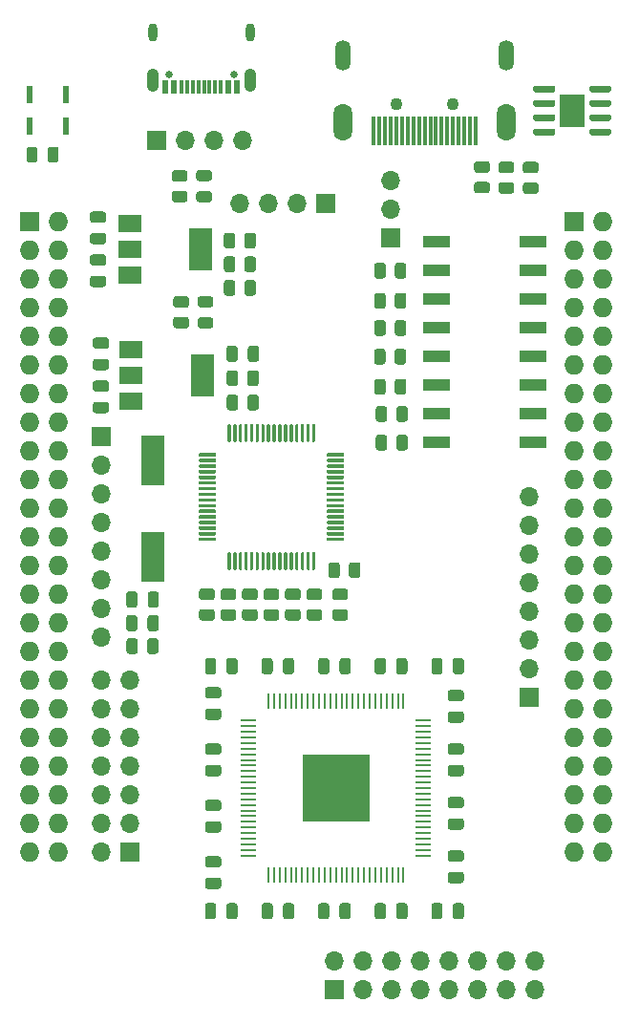
<source format=gbr>
%TF.GenerationSoftware,KiCad,Pcbnew,(5.1.10)-1*%
%TF.CreationDate,2021-10-29T17:34:37+08:00*%
%TF.ProjectId,project,70726f6a-6563-4742-9e6b-696361645f70,rev?*%
%TF.SameCoordinates,Original*%
%TF.FileFunction,Soldermask,Top*%
%TF.FilePolarity,Negative*%
%FSLAX46Y46*%
G04 Gerber Fmt 4.6, Leading zero omitted, Abs format (unit mm)*
G04 Created by KiCad (PCBNEW (5.1.10)-1) date 2021-10-29 17:34:37*
%MOMM*%
%LPD*%
G01*
G04 APERTURE LIST*
%ADD10R,5.994400X5.994400*%
%ADD11R,0.279400X1.473200*%
%ADD12R,1.473200X0.279400*%
%ADD13R,2.000000X1.500000*%
%ADD14R,2.000000X3.800000*%
%ADD15O,1.727200X1.727200*%
%ADD16R,1.727200X1.727200*%
%ADD17O,1.700000X1.700000*%
%ADD18R,1.700000X1.700000*%
%ADD19R,0.550000X1.500000*%
%ADD20R,2.290000X3.000000*%
%ADD21R,2.440000X1.120000*%
%ADD22R,2.000000X4.500000*%
%ADD23R,0.600000X1.300000*%
%ADD24O,1.050000X2.100000*%
%ADD25O,0.800000X1.600000*%
%ADD26C,0.650000*%
%ADD27R,0.300000X1.300000*%
%ADD28C,1.100000*%
%ADD29O,1.350000X2.700000*%
%ADD30O,1.650000X3.300000*%
%ADD31R,0.300000X2.600000*%
G04 APERTURE END LIST*
D10*
%TO.C,U2*%
X143548000Y-112547000D03*
D11*
X149542400Y-120268600D03*
X149059800Y-120268600D03*
X148551800Y-120268600D03*
X148043800Y-120268600D03*
X147535800Y-120268600D03*
X147053200Y-120268600D03*
X146545200Y-120268600D03*
X146037200Y-120268600D03*
X145554600Y-120268600D03*
X145046600Y-120268600D03*
X144538600Y-120268600D03*
X144056000Y-120268600D03*
X143548000Y-120268600D03*
X143040000Y-120268600D03*
X142557400Y-120268600D03*
X142049400Y-120268600D03*
X141541400Y-120268600D03*
X141058800Y-120268600D03*
X140550800Y-120268600D03*
X140042800Y-120268600D03*
X139560200Y-120268600D03*
X139052200Y-120268600D03*
X138544200Y-120268600D03*
X138036200Y-120268600D03*
X137553600Y-120268600D03*
D12*
X135826400Y-118541400D03*
X135826400Y-118058800D03*
X135826400Y-117550800D03*
X135826400Y-117042800D03*
X135826400Y-116534800D03*
X135826400Y-116052200D03*
X135826400Y-115544200D03*
X135826400Y-115036200D03*
X135826400Y-114553600D03*
X135826400Y-114045600D03*
X135826400Y-113537600D03*
X135826400Y-113055000D03*
X135826400Y-112547000D03*
X135826400Y-112039000D03*
X135826400Y-111556400D03*
X135826400Y-111048400D03*
X135826400Y-110540400D03*
X135826400Y-110057800D03*
X135826400Y-109549800D03*
X135826400Y-109041800D03*
X135826400Y-108559200D03*
X135826400Y-108051200D03*
X135826400Y-107543200D03*
X135826400Y-107035200D03*
X135826400Y-106552600D03*
D11*
X137553600Y-104825400D03*
X138036200Y-104825400D03*
X138544200Y-104825400D03*
X139052200Y-104825400D03*
X139560200Y-104825400D03*
X140042800Y-104825400D03*
X140550800Y-104825400D03*
X141058800Y-104825400D03*
X141541400Y-104825400D03*
X142049400Y-104825400D03*
X142557400Y-104825400D03*
X143040000Y-104825400D03*
X143548000Y-104825400D03*
X144056000Y-104825400D03*
X144538600Y-104825400D03*
X145046600Y-104825400D03*
X145554600Y-104825400D03*
X146037200Y-104825400D03*
X146545200Y-104825400D03*
X147053200Y-104825400D03*
X147535800Y-104825400D03*
X148043800Y-104825400D03*
X148551800Y-104825400D03*
X149059800Y-104825400D03*
X149542400Y-104825400D03*
D12*
X151269600Y-106552600D03*
X151269600Y-107035200D03*
X151269600Y-107543200D03*
X151269600Y-108051200D03*
X151269600Y-108559200D03*
X151269600Y-109041800D03*
X151269600Y-109549800D03*
X151269600Y-110057800D03*
X151269600Y-110540400D03*
X151269600Y-111048400D03*
X151269600Y-111556400D03*
X151269600Y-112039000D03*
X151269600Y-112547000D03*
X151269600Y-113055000D03*
X151269600Y-113537600D03*
X151269600Y-114045600D03*
X151269600Y-114553600D03*
X151269600Y-115036200D03*
X151269600Y-115544200D03*
X151269600Y-116052200D03*
X151269600Y-116534800D03*
X151269600Y-117042800D03*
X151269600Y-117550800D03*
X151269600Y-118058800D03*
X151269600Y-118541400D03*
%TD*%
%TO.C,R5*%
G36*
G01*
X159111001Y-58045400D02*
X158210999Y-58045400D01*
G75*
G02*
X157961000Y-57795401I0J249999D01*
G01*
X157961000Y-57270399D01*
G75*
G02*
X158210999Y-57020400I249999J0D01*
G01*
X159111001Y-57020400D01*
G75*
G02*
X159361000Y-57270399I0J-249999D01*
G01*
X159361000Y-57795401D01*
G75*
G02*
X159111001Y-58045400I-249999J0D01*
G01*
G37*
G36*
G01*
X159111001Y-59870400D02*
X158210999Y-59870400D01*
G75*
G02*
X157961000Y-59620401I0J249999D01*
G01*
X157961000Y-59095399D01*
G75*
G02*
X158210999Y-58845400I249999J0D01*
G01*
X159111001Y-58845400D01*
G75*
G02*
X159361000Y-59095399I0J-249999D01*
G01*
X159361000Y-59620401D01*
G75*
G02*
X159111001Y-59870400I-249999J0D01*
G01*
G37*
%TD*%
%TO.C,R24*%
G36*
G01*
X129381999Y-70783400D02*
X130282001Y-70783400D01*
G75*
G02*
X130532000Y-71033399I0J-249999D01*
G01*
X130532000Y-71558401D01*
G75*
G02*
X130282001Y-71808400I-249999J0D01*
G01*
X129381999Y-71808400D01*
G75*
G02*
X129132000Y-71558401I0J249999D01*
G01*
X129132000Y-71033399D01*
G75*
G02*
X129381999Y-70783400I249999J0D01*
G01*
G37*
G36*
G01*
X129381999Y-68958400D02*
X130282001Y-68958400D01*
G75*
G02*
X130532000Y-69208399I0J-249999D01*
G01*
X130532000Y-69733401D01*
G75*
G02*
X130282001Y-69983400I-249999J0D01*
G01*
X129381999Y-69983400D01*
G75*
G02*
X129132000Y-69733401I0J249999D01*
G01*
X129132000Y-69208399D01*
G75*
G02*
X129381999Y-68958400I249999J0D01*
G01*
G37*
%TD*%
%TO.C,C22*%
G36*
G01*
X123195000Y-77426400D02*
X122245000Y-77426400D01*
G75*
G02*
X121995000Y-77176400I0J250000D01*
G01*
X121995000Y-76676400D01*
G75*
G02*
X122245000Y-76426400I250000J0D01*
G01*
X123195000Y-76426400D01*
G75*
G02*
X123445000Y-76676400I0J-250000D01*
G01*
X123445000Y-77176400D01*
G75*
G02*
X123195000Y-77426400I-250000J0D01*
G01*
G37*
G36*
G01*
X123195000Y-79326400D02*
X122245000Y-79326400D01*
G75*
G02*
X121995000Y-79076400I0J250000D01*
G01*
X121995000Y-78576400D01*
G75*
G02*
X122245000Y-78326400I250000J0D01*
G01*
X123195000Y-78326400D01*
G75*
G02*
X123445000Y-78576400I0J-250000D01*
G01*
X123445000Y-79076400D01*
G75*
G02*
X123195000Y-79326400I-250000J0D01*
G01*
G37*
%TD*%
%TO.C,C24*%
G36*
G01*
X123195000Y-73616400D02*
X122245000Y-73616400D01*
G75*
G02*
X121995000Y-73366400I0J250000D01*
G01*
X121995000Y-72866400D01*
G75*
G02*
X122245000Y-72616400I250000J0D01*
G01*
X123195000Y-72616400D01*
G75*
G02*
X123445000Y-72866400I0J-250000D01*
G01*
X123445000Y-73366400D01*
G75*
G02*
X123195000Y-73616400I-250000J0D01*
G01*
G37*
G36*
G01*
X123195000Y-75516400D02*
X122245000Y-75516400D01*
G75*
G02*
X121995000Y-75266400I0J250000D01*
G01*
X121995000Y-74766400D01*
G75*
G02*
X122245000Y-74516400I250000J0D01*
G01*
X123195000Y-74516400D01*
G75*
G02*
X123445000Y-74766400I0J-250000D01*
G01*
X123445000Y-75266400D01*
G75*
G02*
X123195000Y-75516400I-250000J0D01*
G01*
G37*
%TD*%
D13*
%TO.C,U3*%
X125412000Y-73671400D03*
X125412000Y-78271400D03*
X125412000Y-75971400D03*
D14*
X131712000Y-75971400D03*
%TD*%
%TO.C,LED_3V3_1*%
G36*
G01*
X131534750Y-70833400D02*
X132447250Y-70833400D01*
G75*
G02*
X132691000Y-71077150I0J-243750D01*
G01*
X132691000Y-71564650D01*
G75*
G02*
X132447250Y-71808400I-243750J0D01*
G01*
X131534750Y-71808400D01*
G75*
G02*
X131291000Y-71564650I0J243750D01*
G01*
X131291000Y-71077150D01*
G75*
G02*
X131534750Y-70833400I243750J0D01*
G01*
G37*
G36*
G01*
X131534750Y-68958400D02*
X132447250Y-68958400D01*
G75*
G02*
X132691000Y-69202150I0J-243750D01*
G01*
X132691000Y-69689650D01*
G75*
G02*
X132447250Y-69933400I-243750J0D01*
G01*
X131534750Y-69933400D01*
G75*
G02*
X131291000Y-69689650I0J243750D01*
G01*
X131291000Y-69202150D01*
G75*
G02*
X131534750Y-68958400I243750J0D01*
G01*
G37*
%TD*%
D15*
%TO.C,P2*%
X167170000Y-118262400D03*
X164630000Y-118262400D03*
X167170000Y-115722400D03*
X164630000Y-115722400D03*
X167170000Y-113182400D03*
X164630000Y-113182400D03*
X167170000Y-110642400D03*
X164630000Y-110642400D03*
X167170000Y-108102400D03*
X164630000Y-108102400D03*
X167170000Y-105562400D03*
X164630000Y-105562400D03*
X167170000Y-103022400D03*
X164630000Y-103022400D03*
X167170000Y-100482400D03*
X164630000Y-100482400D03*
X167170000Y-97942400D03*
X164630000Y-97942400D03*
X167170000Y-95402400D03*
X164630000Y-95402400D03*
X167170000Y-92862400D03*
X164630000Y-92862400D03*
X167170000Y-90322400D03*
X164630000Y-90322400D03*
X167170000Y-87782400D03*
X164630000Y-87782400D03*
X167170000Y-85242400D03*
X164630000Y-85242400D03*
X167170000Y-82702400D03*
X164630000Y-82702400D03*
X167170000Y-80162400D03*
X164630000Y-80162400D03*
X167170000Y-77622400D03*
X164630000Y-77622400D03*
X167170000Y-75082400D03*
X164630000Y-75082400D03*
X167170000Y-72542400D03*
X164630000Y-72542400D03*
X167170000Y-70002400D03*
X164630000Y-70002400D03*
X167170000Y-67462400D03*
X164630000Y-67462400D03*
X167170000Y-64922400D03*
X164630000Y-64922400D03*
X167170000Y-62382400D03*
D16*
X164630000Y-62382400D03*
%TD*%
D17*
%TO.C,J3*%
X161201000Y-127914000D03*
X161201000Y-130454000D03*
X158661000Y-127914000D03*
X158661000Y-130454000D03*
X156121000Y-127914000D03*
X156121000Y-130454000D03*
X153581000Y-127914000D03*
X153581000Y-130454000D03*
X151041000Y-127914000D03*
X151041000Y-130454000D03*
X148501000Y-127914000D03*
X148501000Y-130454000D03*
X145961000Y-127914000D03*
X145961000Y-130454000D03*
X143421000Y-127914000D03*
D18*
X143421000Y-130454000D03*
%TD*%
%TO.C,R26*%
G36*
G01*
X143910000Y-92793399D02*
X143910000Y-93693401D01*
G75*
G02*
X143660001Y-93943400I-249999J0D01*
G01*
X143134999Y-93943400D01*
G75*
G02*
X142885000Y-93693401I0J249999D01*
G01*
X142885000Y-92793399D01*
G75*
G02*
X143134999Y-92543400I249999J0D01*
G01*
X143660001Y-92543400D01*
G75*
G02*
X143910000Y-92793399I0J-249999D01*
G01*
G37*
G36*
G01*
X145735000Y-92793399D02*
X145735000Y-93693401D01*
G75*
G02*
X145485001Y-93943400I-249999J0D01*
G01*
X144959999Y-93943400D01*
G75*
G02*
X144710000Y-93693401I0J249999D01*
G01*
X144710000Y-92793399D01*
G75*
G02*
X144959999Y-92543400I249999J0D01*
G01*
X145485001Y-92543400D01*
G75*
G02*
X145735000Y-92793399I0J-249999D01*
G01*
G37*
%TD*%
%TO.C,R2*%
G36*
G01*
X148101000Y-78950399D02*
X148101000Y-79850401D01*
G75*
G02*
X147851001Y-80100400I-249999J0D01*
G01*
X147325999Y-80100400D01*
G75*
G02*
X147076000Y-79850401I0J249999D01*
G01*
X147076000Y-78950399D01*
G75*
G02*
X147325999Y-78700400I249999J0D01*
G01*
X147851001Y-78700400D01*
G75*
G02*
X148101000Y-78950399I0J-249999D01*
G01*
G37*
G36*
G01*
X149926000Y-78950399D02*
X149926000Y-79850401D01*
G75*
G02*
X149676001Y-80100400I-249999J0D01*
G01*
X149150999Y-80100400D01*
G75*
G02*
X148901000Y-79850401I0J249999D01*
G01*
X148901000Y-78950399D01*
G75*
G02*
X149150999Y-78700400I249999J0D01*
G01*
X149676001Y-78700400D01*
G75*
G02*
X149926000Y-78950399I0J-249999D01*
G01*
G37*
%TD*%
%TO.C,R9*%
G36*
G01*
X147974000Y-68917399D02*
X147974000Y-69817401D01*
G75*
G02*
X147724001Y-70067400I-249999J0D01*
G01*
X147198999Y-70067400D01*
G75*
G02*
X146949000Y-69817401I0J249999D01*
G01*
X146949000Y-68917399D01*
G75*
G02*
X147198999Y-68667400I249999J0D01*
G01*
X147724001Y-68667400D01*
G75*
G02*
X147974000Y-68917399I0J-249999D01*
G01*
G37*
G36*
G01*
X149799000Y-68917399D02*
X149799000Y-69817401D01*
G75*
G02*
X149549001Y-70067400I-249999J0D01*
G01*
X149023999Y-70067400D01*
G75*
G02*
X148774000Y-69817401I0J249999D01*
G01*
X148774000Y-68917399D01*
G75*
G02*
X149023999Y-68667400I249999J0D01*
G01*
X149549001Y-68667400D01*
G75*
G02*
X149799000Y-68917399I0J-249999D01*
G01*
G37*
%TD*%
%TO.C,R19*%
G36*
G01*
X135477999Y-96691400D02*
X136378001Y-96691400D01*
G75*
G02*
X136628000Y-96941399I0J-249999D01*
G01*
X136628000Y-97466401D01*
G75*
G02*
X136378001Y-97716400I-249999J0D01*
G01*
X135477999Y-97716400D01*
G75*
G02*
X135228000Y-97466401I0J249999D01*
G01*
X135228000Y-96941399D01*
G75*
G02*
X135477999Y-96691400I249999J0D01*
G01*
G37*
G36*
G01*
X135477999Y-94866400D02*
X136378001Y-94866400D01*
G75*
G02*
X136628000Y-95116399I0J-249999D01*
G01*
X136628000Y-95641401D01*
G75*
G02*
X136378001Y-95891400I-249999J0D01*
G01*
X135477999Y-95891400D01*
G75*
G02*
X135228000Y-95641401I0J249999D01*
G01*
X135228000Y-95116399D01*
G75*
G02*
X135477999Y-94866400I249999J0D01*
G01*
G37*
%TD*%
%TO.C,R22*%
G36*
G01*
X141192999Y-96691400D02*
X142093001Y-96691400D01*
G75*
G02*
X142343000Y-96941399I0J-249999D01*
G01*
X142343000Y-97466401D01*
G75*
G02*
X142093001Y-97716400I-249999J0D01*
G01*
X141192999Y-97716400D01*
G75*
G02*
X140943000Y-97466401I0J249999D01*
G01*
X140943000Y-96941399D01*
G75*
G02*
X141192999Y-96691400I249999J0D01*
G01*
G37*
G36*
G01*
X141192999Y-94866400D02*
X142093001Y-94866400D01*
G75*
G02*
X142343000Y-95116399I0J-249999D01*
G01*
X142343000Y-95641401D01*
G75*
G02*
X142093001Y-95891400I-249999J0D01*
G01*
X141192999Y-95891400D01*
G75*
G02*
X140943000Y-95641401I0J249999D01*
G01*
X140943000Y-95116399D01*
G75*
G02*
X141192999Y-94866400I249999J0D01*
G01*
G37*
%TD*%
%TO.C,R20*%
G36*
G01*
X137382999Y-96691400D02*
X138283001Y-96691400D01*
G75*
G02*
X138533000Y-96941399I0J-249999D01*
G01*
X138533000Y-97466401D01*
G75*
G02*
X138283001Y-97716400I-249999J0D01*
G01*
X137382999Y-97716400D01*
G75*
G02*
X137133000Y-97466401I0J249999D01*
G01*
X137133000Y-96941399D01*
G75*
G02*
X137382999Y-96691400I249999J0D01*
G01*
G37*
G36*
G01*
X137382999Y-94866400D02*
X138283001Y-94866400D01*
G75*
G02*
X138533000Y-95116399I0J-249999D01*
G01*
X138533000Y-95641401D01*
G75*
G02*
X138283001Y-95891400I-249999J0D01*
G01*
X137382999Y-95891400D01*
G75*
G02*
X137133000Y-95641401I0J249999D01*
G01*
X137133000Y-95116399D01*
G75*
G02*
X137382999Y-94866400I249999J0D01*
G01*
G37*
%TD*%
D19*
%TO.C,RESET*%
X119646000Y-53873400D03*
X116396000Y-53873400D03*
%TD*%
D20*
%TO.C,U1*%
X164503000Y-52488400D03*
G36*
G01*
X163003000Y-54243400D02*
X163003000Y-54543400D01*
G75*
G02*
X162853000Y-54693400I-150000J0D01*
G01*
X161203000Y-54693400D01*
G75*
G02*
X161053000Y-54543400I0J150000D01*
G01*
X161053000Y-54243400D01*
G75*
G02*
X161203000Y-54093400I150000J0D01*
G01*
X162853000Y-54093400D01*
G75*
G02*
X163003000Y-54243400I0J-150000D01*
G01*
G37*
G36*
G01*
X163003000Y-52973400D02*
X163003000Y-53273400D01*
G75*
G02*
X162853000Y-53423400I-150000J0D01*
G01*
X161203000Y-53423400D01*
G75*
G02*
X161053000Y-53273400I0J150000D01*
G01*
X161053000Y-52973400D01*
G75*
G02*
X161203000Y-52823400I150000J0D01*
G01*
X162853000Y-52823400D01*
G75*
G02*
X163003000Y-52973400I0J-150000D01*
G01*
G37*
G36*
G01*
X163003000Y-51703400D02*
X163003000Y-52003400D01*
G75*
G02*
X162853000Y-52153400I-150000J0D01*
G01*
X161203000Y-52153400D01*
G75*
G02*
X161053000Y-52003400I0J150000D01*
G01*
X161053000Y-51703400D01*
G75*
G02*
X161203000Y-51553400I150000J0D01*
G01*
X162853000Y-51553400D01*
G75*
G02*
X163003000Y-51703400I0J-150000D01*
G01*
G37*
G36*
G01*
X163003000Y-50433400D02*
X163003000Y-50733400D01*
G75*
G02*
X162853000Y-50883400I-150000J0D01*
G01*
X161203000Y-50883400D01*
G75*
G02*
X161053000Y-50733400I0J150000D01*
G01*
X161053000Y-50433400D01*
G75*
G02*
X161203000Y-50283400I150000J0D01*
G01*
X162853000Y-50283400D01*
G75*
G02*
X163003000Y-50433400I0J-150000D01*
G01*
G37*
G36*
G01*
X167953000Y-50433400D02*
X167953000Y-50733400D01*
G75*
G02*
X167803000Y-50883400I-150000J0D01*
G01*
X166153000Y-50883400D01*
G75*
G02*
X166003000Y-50733400I0J150000D01*
G01*
X166003000Y-50433400D01*
G75*
G02*
X166153000Y-50283400I150000J0D01*
G01*
X167803000Y-50283400D01*
G75*
G02*
X167953000Y-50433400I0J-150000D01*
G01*
G37*
G36*
G01*
X167953000Y-51703400D02*
X167953000Y-52003400D01*
G75*
G02*
X167803000Y-52153400I-150000J0D01*
G01*
X166153000Y-52153400D01*
G75*
G02*
X166003000Y-52003400I0J150000D01*
G01*
X166003000Y-51703400D01*
G75*
G02*
X166153000Y-51553400I150000J0D01*
G01*
X167803000Y-51553400D01*
G75*
G02*
X167953000Y-51703400I0J-150000D01*
G01*
G37*
G36*
G01*
X167953000Y-52973400D02*
X167953000Y-53273400D01*
G75*
G02*
X167803000Y-53423400I-150000J0D01*
G01*
X166153000Y-53423400D01*
G75*
G02*
X166003000Y-53273400I0J150000D01*
G01*
X166003000Y-52973400D01*
G75*
G02*
X166153000Y-52823400I150000J0D01*
G01*
X167803000Y-52823400D01*
G75*
G02*
X167953000Y-52973400I0J-150000D01*
G01*
G37*
G36*
G01*
X167953000Y-54243400D02*
X167953000Y-54543400D01*
G75*
G02*
X167803000Y-54693400I-150000J0D01*
G01*
X166153000Y-54693400D01*
G75*
G02*
X166003000Y-54543400I0J150000D01*
G01*
X166003000Y-54243400D01*
G75*
G02*
X166153000Y-54093400I150000J0D01*
G01*
X167803000Y-54093400D01*
G75*
G02*
X167953000Y-54243400I0J-150000D01*
G01*
G37*
%TD*%
%TO.C,R14*%
G36*
G01*
X135439000Y-68674401D02*
X135439000Y-67774399D01*
G75*
G02*
X135688999Y-67524400I249999J0D01*
G01*
X136214001Y-67524400D01*
G75*
G02*
X136464000Y-67774399I0J-249999D01*
G01*
X136464000Y-68674401D01*
G75*
G02*
X136214001Y-68924400I-249999J0D01*
G01*
X135688999Y-68924400D01*
G75*
G02*
X135439000Y-68674401I0J249999D01*
G01*
G37*
G36*
G01*
X133614000Y-68674401D02*
X133614000Y-67774399D01*
G75*
G02*
X133863999Y-67524400I249999J0D01*
G01*
X134389001Y-67524400D01*
G75*
G02*
X134639000Y-67774399I0J-249999D01*
G01*
X134639000Y-68674401D01*
G75*
G02*
X134389001Y-68924400I-249999J0D01*
G01*
X133863999Y-68924400D01*
G75*
G02*
X133614000Y-68674401I0J249999D01*
G01*
G37*
%TD*%
%TO.C,R3*%
G36*
G01*
X147974000Y-76537399D02*
X147974000Y-77437401D01*
G75*
G02*
X147724001Y-77687400I-249999J0D01*
G01*
X147198999Y-77687400D01*
G75*
G02*
X146949000Y-77437401I0J249999D01*
G01*
X146949000Y-76537399D01*
G75*
G02*
X147198999Y-76287400I249999J0D01*
G01*
X147724001Y-76287400D01*
G75*
G02*
X147974000Y-76537399I0J-249999D01*
G01*
G37*
G36*
G01*
X149799000Y-76537399D02*
X149799000Y-77437401D01*
G75*
G02*
X149549001Y-77687400I-249999J0D01*
G01*
X149023999Y-77687400D01*
G75*
G02*
X148774000Y-77437401I0J249999D01*
G01*
X148774000Y-76537399D01*
G75*
G02*
X149023999Y-76287400I249999J0D01*
G01*
X149549001Y-76287400D01*
G75*
G02*
X149799000Y-76537399I0J-249999D01*
G01*
G37*
%TD*%
%TO.C,R1*%
G36*
G01*
X148101000Y-81490399D02*
X148101000Y-82390401D01*
G75*
G02*
X147851001Y-82640400I-249999J0D01*
G01*
X147325999Y-82640400D01*
G75*
G02*
X147076000Y-82390401I0J249999D01*
G01*
X147076000Y-81490399D01*
G75*
G02*
X147325999Y-81240400I249999J0D01*
G01*
X147851001Y-81240400D01*
G75*
G02*
X148101000Y-81490399I0J-249999D01*
G01*
G37*
G36*
G01*
X149926000Y-81490399D02*
X149926000Y-82390401D01*
G75*
G02*
X149676001Y-82640400I-249999J0D01*
G01*
X149150999Y-82640400D01*
G75*
G02*
X148901000Y-82390401I0J249999D01*
G01*
X148901000Y-81490399D01*
G75*
G02*
X149150999Y-81240400I249999J0D01*
G01*
X149676001Y-81240400D01*
G75*
G02*
X149926000Y-81490399I0J-249999D01*
G01*
G37*
%TD*%
%TO.C,R4*%
G36*
G01*
X156952001Y-58021900D02*
X156051999Y-58021900D01*
G75*
G02*
X155802000Y-57771901I0J249999D01*
G01*
X155802000Y-57246899D01*
G75*
G02*
X156051999Y-56996900I249999J0D01*
G01*
X156952001Y-56996900D01*
G75*
G02*
X157202000Y-57246899I0J-249999D01*
G01*
X157202000Y-57771901D01*
G75*
G02*
X156952001Y-58021900I-249999J0D01*
G01*
G37*
G36*
G01*
X156952001Y-59846900D02*
X156051999Y-59846900D01*
G75*
G02*
X155802000Y-59596901I0J249999D01*
G01*
X155802000Y-59071899D01*
G75*
G02*
X156051999Y-58821900I249999J0D01*
G01*
X156952001Y-58821900D01*
G75*
G02*
X157202000Y-59071899I0J-249999D01*
G01*
X157202000Y-59596901D01*
G75*
G02*
X156952001Y-59846900I-249999J0D01*
G01*
G37*
%TD*%
%TO.C,U5*%
G36*
G01*
X133933000Y-81791400D02*
X133933000Y-80391400D01*
G75*
G02*
X134008000Y-80316400I75000J0D01*
G01*
X134158000Y-80316400D01*
G75*
G02*
X134233000Y-80391400I0J-75000D01*
G01*
X134233000Y-81791400D01*
G75*
G02*
X134158000Y-81866400I-75000J0D01*
G01*
X134008000Y-81866400D01*
G75*
G02*
X133933000Y-81791400I0J75000D01*
G01*
G37*
G36*
G01*
X134433000Y-81791400D02*
X134433000Y-80391400D01*
G75*
G02*
X134508000Y-80316400I75000J0D01*
G01*
X134658000Y-80316400D01*
G75*
G02*
X134733000Y-80391400I0J-75000D01*
G01*
X134733000Y-81791400D01*
G75*
G02*
X134658000Y-81866400I-75000J0D01*
G01*
X134508000Y-81866400D01*
G75*
G02*
X134433000Y-81791400I0J75000D01*
G01*
G37*
G36*
G01*
X134933000Y-81791400D02*
X134933000Y-80391400D01*
G75*
G02*
X135008000Y-80316400I75000J0D01*
G01*
X135158000Y-80316400D01*
G75*
G02*
X135233000Y-80391400I0J-75000D01*
G01*
X135233000Y-81791400D01*
G75*
G02*
X135158000Y-81866400I-75000J0D01*
G01*
X135008000Y-81866400D01*
G75*
G02*
X134933000Y-81791400I0J75000D01*
G01*
G37*
G36*
G01*
X135433000Y-81791400D02*
X135433000Y-80391400D01*
G75*
G02*
X135508000Y-80316400I75000J0D01*
G01*
X135658000Y-80316400D01*
G75*
G02*
X135733000Y-80391400I0J-75000D01*
G01*
X135733000Y-81791400D01*
G75*
G02*
X135658000Y-81866400I-75000J0D01*
G01*
X135508000Y-81866400D01*
G75*
G02*
X135433000Y-81791400I0J75000D01*
G01*
G37*
G36*
G01*
X135933000Y-81791400D02*
X135933000Y-80391400D01*
G75*
G02*
X136008000Y-80316400I75000J0D01*
G01*
X136158000Y-80316400D01*
G75*
G02*
X136233000Y-80391400I0J-75000D01*
G01*
X136233000Y-81791400D01*
G75*
G02*
X136158000Y-81866400I-75000J0D01*
G01*
X136008000Y-81866400D01*
G75*
G02*
X135933000Y-81791400I0J75000D01*
G01*
G37*
G36*
G01*
X136433000Y-81791400D02*
X136433000Y-80391400D01*
G75*
G02*
X136508000Y-80316400I75000J0D01*
G01*
X136658000Y-80316400D01*
G75*
G02*
X136733000Y-80391400I0J-75000D01*
G01*
X136733000Y-81791400D01*
G75*
G02*
X136658000Y-81866400I-75000J0D01*
G01*
X136508000Y-81866400D01*
G75*
G02*
X136433000Y-81791400I0J75000D01*
G01*
G37*
G36*
G01*
X136933000Y-81791400D02*
X136933000Y-80391400D01*
G75*
G02*
X137008000Y-80316400I75000J0D01*
G01*
X137158000Y-80316400D01*
G75*
G02*
X137233000Y-80391400I0J-75000D01*
G01*
X137233000Y-81791400D01*
G75*
G02*
X137158000Y-81866400I-75000J0D01*
G01*
X137008000Y-81866400D01*
G75*
G02*
X136933000Y-81791400I0J75000D01*
G01*
G37*
G36*
G01*
X137433000Y-81791400D02*
X137433000Y-80391400D01*
G75*
G02*
X137508000Y-80316400I75000J0D01*
G01*
X137658000Y-80316400D01*
G75*
G02*
X137733000Y-80391400I0J-75000D01*
G01*
X137733000Y-81791400D01*
G75*
G02*
X137658000Y-81866400I-75000J0D01*
G01*
X137508000Y-81866400D01*
G75*
G02*
X137433000Y-81791400I0J75000D01*
G01*
G37*
G36*
G01*
X137933000Y-81791400D02*
X137933000Y-80391400D01*
G75*
G02*
X138008000Y-80316400I75000J0D01*
G01*
X138158000Y-80316400D01*
G75*
G02*
X138233000Y-80391400I0J-75000D01*
G01*
X138233000Y-81791400D01*
G75*
G02*
X138158000Y-81866400I-75000J0D01*
G01*
X138008000Y-81866400D01*
G75*
G02*
X137933000Y-81791400I0J75000D01*
G01*
G37*
G36*
G01*
X138433000Y-81791400D02*
X138433000Y-80391400D01*
G75*
G02*
X138508000Y-80316400I75000J0D01*
G01*
X138658000Y-80316400D01*
G75*
G02*
X138733000Y-80391400I0J-75000D01*
G01*
X138733000Y-81791400D01*
G75*
G02*
X138658000Y-81866400I-75000J0D01*
G01*
X138508000Y-81866400D01*
G75*
G02*
X138433000Y-81791400I0J75000D01*
G01*
G37*
G36*
G01*
X138933000Y-81791400D02*
X138933000Y-80391400D01*
G75*
G02*
X139008000Y-80316400I75000J0D01*
G01*
X139158000Y-80316400D01*
G75*
G02*
X139233000Y-80391400I0J-75000D01*
G01*
X139233000Y-81791400D01*
G75*
G02*
X139158000Y-81866400I-75000J0D01*
G01*
X139008000Y-81866400D01*
G75*
G02*
X138933000Y-81791400I0J75000D01*
G01*
G37*
G36*
G01*
X139433000Y-81791400D02*
X139433000Y-80391400D01*
G75*
G02*
X139508000Y-80316400I75000J0D01*
G01*
X139658000Y-80316400D01*
G75*
G02*
X139733000Y-80391400I0J-75000D01*
G01*
X139733000Y-81791400D01*
G75*
G02*
X139658000Y-81866400I-75000J0D01*
G01*
X139508000Y-81866400D01*
G75*
G02*
X139433000Y-81791400I0J75000D01*
G01*
G37*
G36*
G01*
X139933000Y-81791400D02*
X139933000Y-80391400D01*
G75*
G02*
X140008000Y-80316400I75000J0D01*
G01*
X140158000Y-80316400D01*
G75*
G02*
X140233000Y-80391400I0J-75000D01*
G01*
X140233000Y-81791400D01*
G75*
G02*
X140158000Y-81866400I-75000J0D01*
G01*
X140008000Y-81866400D01*
G75*
G02*
X139933000Y-81791400I0J75000D01*
G01*
G37*
G36*
G01*
X140433000Y-81791400D02*
X140433000Y-80391400D01*
G75*
G02*
X140508000Y-80316400I75000J0D01*
G01*
X140658000Y-80316400D01*
G75*
G02*
X140733000Y-80391400I0J-75000D01*
G01*
X140733000Y-81791400D01*
G75*
G02*
X140658000Y-81866400I-75000J0D01*
G01*
X140508000Y-81866400D01*
G75*
G02*
X140433000Y-81791400I0J75000D01*
G01*
G37*
G36*
G01*
X140933000Y-81791400D02*
X140933000Y-80391400D01*
G75*
G02*
X141008000Y-80316400I75000J0D01*
G01*
X141158000Y-80316400D01*
G75*
G02*
X141233000Y-80391400I0J-75000D01*
G01*
X141233000Y-81791400D01*
G75*
G02*
X141158000Y-81866400I-75000J0D01*
G01*
X141008000Y-81866400D01*
G75*
G02*
X140933000Y-81791400I0J75000D01*
G01*
G37*
G36*
G01*
X141433000Y-81791400D02*
X141433000Y-80391400D01*
G75*
G02*
X141508000Y-80316400I75000J0D01*
G01*
X141658000Y-80316400D01*
G75*
G02*
X141733000Y-80391400I0J-75000D01*
G01*
X141733000Y-81791400D01*
G75*
G02*
X141658000Y-81866400I-75000J0D01*
G01*
X141508000Y-81866400D01*
G75*
G02*
X141433000Y-81791400I0J75000D01*
G01*
G37*
G36*
G01*
X142733000Y-83091400D02*
X142733000Y-82941400D01*
G75*
G02*
X142808000Y-82866400I75000J0D01*
G01*
X144208000Y-82866400D01*
G75*
G02*
X144283000Y-82941400I0J-75000D01*
G01*
X144283000Y-83091400D01*
G75*
G02*
X144208000Y-83166400I-75000J0D01*
G01*
X142808000Y-83166400D01*
G75*
G02*
X142733000Y-83091400I0J75000D01*
G01*
G37*
G36*
G01*
X142733000Y-83591400D02*
X142733000Y-83441400D01*
G75*
G02*
X142808000Y-83366400I75000J0D01*
G01*
X144208000Y-83366400D01*
G75*
G02*
X144283000Y-83441400I0J-75000D01*
G01*
X144283000Y-83591400D01*
G75*
G02*
X144208000Y-83666400I-75000J0D01*
G01*
X142808000Y-83666400D01*
G75*
G02*
X142733000Y-83591400I0J75000D01*
G01*
G37*
G36*
G01*
X142733000Y-84091400D02*
X142733000Y-83941400D01*
G75*
G02*
X142808000Y-83866400I75000J0D01*
G01*
X144208000Y-83866400D01*
G75*
G02*
X144283000Y-83941400I0J-75000D01*
G01*
X144283000Y-84091400D01*
G75*
G02*
X144208000Y-84166400I-75000J0D01*
G01*
X142808000Y-84166400D01*
G75*
G02*
X142733000Y-84091400I0J75000D01*
G01*
G37*
G36*
G01*
X142733000Y-84591400D02*
X142733000Y-84441400D01*
G75*
G02*
X142808000Y-84366400I75000J0D01*
G01*
X144208000Y-84366400D01*
G75*
G02*
X144283000Y-84441400I0J-75000D01*
G01*
X144283000Y-84591400D01*
G75*
G02*
X144208000Y-84666400I-75000J0D01*
G01*
X142808000Y-84666400D01*
G75*
G02*
X142733000Y-84591400I0J75000D01*
G01*
G37*
G36*
G01*
X142733000Y-85091400D02*
X142733000Y-84941400D01*
G75*
G02*
X142808000Y-84866400I75000J0D01*
G01*
X144208000Y-84866400D01*
G75*
G02*
X144283000Y-84941400I0J-75000D01*
G01*
X144283000Y-85091400D01*
G75*
G02*
X144208000Y-85166400I-75000J0D01*
G01*
X142808000Y-85166400D01*
G75*
G02*
X142733000Y-85091400I0J75000D01*
G01*
G37*
G36*
G01*
X142733000Y-85591400D02*
X142733000Y-85441400D01*
G75*
G02*
X142808000Y-85366400I75000J0D01*
G01*
X144208000Y-85366400D01*
G75*
G02*
X144283000Y-85441400I0J-75000D01*
G01*
X144283000Y-85591400D01*
G75*
G02*
X144208000Y-85666400I-75000J0D01*
G01*
X142808000Y-85666400D01*
G75*
G02*
X142733000Y-85591400I0J75000D01*
G01*
G37*
G36*
G01*
X142733000Y-86091400D02*
X142733000Y-85941400D01*
G75*
G02*
X142808000Y-85866400I75000J0D01*
G01*
X144208000Y-85866400D01*
G75*
G02*
X144283000Y-85941400I0J-75000D01*
G01*
X144283000Y-86091400D01*
G75*
G02*
X144208000Y-86166400I-75000J0D01*
G01*
X142808000Y-86166400D01*
G75*
G02*
X142733000Y-86091400I0J75000D01*
G01*
G37*
G36*
G01*
X142733000Y-86591400D02*
X142733000Y-86441400D01*
G75*
G02*
X142808000Y-86366400I75000J0D01*
G01*
X144208000Y-86366400D01*
G75*
G02*
X144283000Y-86441400I0J-75000D01*
G01*
X144283000Y-86591400D01*
G75*
G02*
X144208000Y-86666400I-75000J0D01*
G01*
X142808000Y-86666400D01*
G75*
G02*
X142733000Y-86591400I0J75000D01*
G01*
G37*
G36*
G01*
X142733000Y-87091400D02*
X142733000Y-86941400D01*
G75*
G02*
X142808000Y-86866400I75000J0D01*
G01*
X144208000Y-86866400D01*
G75*
G02*
X144283000Y-86941400I0J-75000D01*
G01*
X144283000Y-87091400D01*
G75*
G02*
X144208000Y-87166400I-75000J0D01*
G01*
X142808000Y-87166400D01*
G75*
G02*
X142733000Y-87091400I0J75000D01*
G01*
G37*
G36*
G01*
X142733000Y-87591400D02*
X142733000Y-87441400D01*
G75*
G02*
X142808000Y-87366400I75000J0D01*
G01*
X144208000Y-87366400D01*
G75*
G02*
X144283000Y-87441400I0J-75000D01*
G01*
X144283000Y-87591400D01*
G75*
G02*
X144208000Y-87666400I-75000J0D01*
G01*
X142808000Y-87666400D01*
G75*
G02*
X142733000Y-87591400I0J75000D01*
G01*
G37*
G36*
G01*
X142733000Y-88091400D02*
X142733000Y-87941400D01*
G75*
G02*
X142808000Y-87866400I75000J0D01*
G01*
X144208000Y-87866400D01*
G75*
G02*
X144283000Y-87941400I0J-75000D01*
G01*
X144283000Y-88091400D01*
G75*
G02*
X144208000Y-88166400I-75000J0D01*
G01*
X142808000Y-88166400D01*
G75*
G02*
X142733000Y-88091400I0J75000D01*
G01*
G37*
G36*
G01*
X142733000Y-88591400D02*
X142733000Y-88441400D01*
G75*
G02*
X142808000Y-88366400I75000J0D01*
G01*
X144208000Y-88366400D01*
G75*
G02*
X144283000Y-88441400I0J-75000D01*
G01*
X144283000Y-88591400D01*
G75*
G02*
X144208000Y-88666400I-75000J0D01*
G01*
X142808000Y-88666400D01*
G75*
G02*
X142733000Y-88591400I0J75000D01*
G01*
G37*
G36*
G01*
X142733000Y-89091400D02*
X142733000Y-88941400D01*
G75*
G02*
X142808000Y-88866400I75000J0D01*
G01*
X144208000Y-88866400D01*
G75*
G02*
X144283000Y-88941400I0J-75000D01*
G01*
X144283000Y-89091400D01*
G75*
G02*
X144208000Y-89166400I-75000J0D01*
G01*
X142808000Y-89166400D01*
G75*
G02*
X142733000Y-89091400I0J75000D01*
G01*
G37*
G36*
G01*
X142733000Y-89591400D02*
X142733000Y-89441400D01*
G75*
G02*
X142808000Y-89366400I75000J0D01*
G01*
X144208000Y-89366400D01*
G75*
G02*
X144283000Y-89441400I0J-75000D01*
G01*
X144283000Y-89591400D01*
G75*
G02*
X144208000Y-89666400I-75000J0D01*
G01*
X142808000Y-89666400D01*
G75*
G02*
X142733000Y-89591400I0J75000D01*
G01*
G37*
G36*
G01*
X142733000Y-90091400D02*
X142733000Y-89941400D01*
G75*
G02*
X142808000Y-89866400I75000J0D01*
G01*
X144208000Y-89866400D01*
G75*
G02*
X144283000Y-89941400I0J-75000D01*
G01*
X144283000Y-90091400D01*
G75*
G02*
X144208000Y-90166400I-75000J0D01*
G01*
X142808000Y-90166400D01*
G75*
G02*
X142733000Y-90091400I0J75000D01*
G01*
G37*
G36*
G01*
X142733000Y-90591400D02*
X142733000Y-90441400D01*
G75*
G02*
X142808000Y-90366400I75000J0D01*
G01*
X144208000Y-90366400D01*
G75*
G02*
X144283000Y-90441400I0J-75000D01*
G01*
X144283000Y-90591400D01*
G75*
G02*
X144208000Y-90666400I-75000J0D01*
G01*
X142808000Y-90666400D01*
G75*
G02*
X142733000Y-90591400I0J75000D01*
G01*
G37*
G36*
G01*
X141433000Y-93141400D02*
X141433000Y-91741400D01*
G75*
G02*
X141508000Y-91666400I75000J0D01*
G01*
X141658000Y-91666400D01*
G75*
G02*
X141733000Y-91741400I0J-75000D01*
G01*
X141733000Y-93141400D01*
G75*
G02*
X141658000Y-93216400I-75000J0D01*
G01*
X141508000Y-93216400D01*
G75*
G02*
X141433000Y-93141400I0J75000D01*
G01*
G37*
G36*
G01*
X140933000Y-93141400D02*
X140933000Y-91741400D01*
G75*
G02*
X141008000Y-91666400I75000J0D01*
G01*
X141158000Y-91666400D01*
G75*
G02*
X141233000Y-91741400I0J-75000D01*
G01*
X141233000Y-93141400D01*
G75*
G02*
X141158000Y-93216400I-75000J0D01*
G01*
X141008000Y-93216400D01*
G75*
G02*
X140933000Y-93141400I0J75000D01*
G01*
G37*
G36*
G01*
X140433000Y-93141400D02*
X140433000Y-91741400D01*
G75*
G02*
X140508000Y-91666400I75000J0D01*
G01*
X140658000Y-91666400D01*
G75*
G02*
X140733000Y-91741400I0J-75000D01*
G01*
X140733000Y-93141400D01*
G75*
G02*
X140658000Y-93216400I-75000J0D01*
G01*
X140508000Y-93216400D01*
G75*
G02*
X140433000Y-93141400I0J75000D01*
G01*
G37*
G36*
G01*
X139933000Y-93141400D02*
X139933000Y-91741400D01*
G75*
G02*
X140008000Y-91666400I75000J0D01*
G01*
X140158000Y-91666400D01*
G75*
G02*
X140233000Y-91741400I0J-75000D01*
G01*
X140233000Y-93141400D01*
G75*
G02*
X140158000Y-93216400I-75000J0D01*
G01*
X140008000Y-93216400D01*
G75*
G02*
X139933000Y-93141400I0J75000D01*
G01*
G37*
G36*
G01*
X139433000Y-93141400D02*
X139433000Y-91741400D01*
G75*
G02*
X139508000Y-91666400I75000J0D01*
G01*
X139658000Y-91666400D01*
G75*
G02*
X139733000Y-91741400I0J-75000D01*
G01*
X139733000Y-93141400D01*
G75*
G02*
X139658000Y-93216400I-75000J0D01*
G01*
X139508000Y-93216400D01*
G75*
G02*
X139433000Y-93141400I0J75000D01*
G01*
G37*
G36*
G01*
X138933000Y-93141400D02*
X138933000Y-91741400D01*
G75*
G02*
X139008000Y-91666400I75000J0D01*
G01*
X139158000Y-91666400D01*
G75*
G02*
X139233000Y-91741400I0J-75000D01*
G01*
X139233000Y-93141400D01*
G75*
G02*
X139158000Y-93216400I-75000J0D01*
G01*
X139008000Y-93216400D01*
G75*
G02*
X138933000Y-93141400I0J75000D01*
G01*
G37*
G36*
G01*
X138433000Y-93141400D02*
X138433000Y-91741400D01*
G75*
G02*
X138508000Y-91666400I75000J0D01*
G01*
X138658000Y-91666400D01*
G75*
G02*
X138733000Y-91741400I0J-75000D01*
G01*
X138733000Y-93141400D01*
G75*
G02*
X138658000Y-93216400I-75000J0D01*
G01*
X138508000Y-93216400D01*
G75*
G02*
X138433000Y-93141400I0J75000D01*
G01*
G37*
G36*
G01*
X137933000Y-93141400D02*
X137933000Y-91741400D01*
G75*
G02*
X138008000Y-91666400I75000J0D01*
G01*
X138158000Y-91666400D01*
G75*
G02*
X138233000Y-91741400I0J-75000D01*
G01*
X138233000Y-93141400D01*
G75*
G02*
X138158000Y-93216400I-75000J0D01*
G01*
X138008000Y-93216400D01*
G75*
G02*
X137933000Y-93141400I0J75000D01*
G01*
G37*
G36*
G01*
X137433000Y-93141400D02*
X137433000Y-91741400D01*
G75*
G02*
X137508000Y-91666400I75000J0D01*
G01*
X137658000Y-91666400D01*
G75*
G02*
X137733000Y-91741400I0J-75000D01*
G01*
X137733000Y-93141400D01*
G75*
G02*
X137658000Y-93216400I-75000J0D01*
G01*
X137508000Y-93216400D01*
G75*
G02*
X137433000Y-93141400I0J75000D01*
G01*
G37*
G36*
G01*
X136933000Y-93141400D02*
X136933000Y-91741400D01*
G75*
G02*
X137008000Y-91666400I75000J0D01*
G01*
X137158000Y-91666400D01*
G75*
G02*
X137233000Y-91741400I0J-75000D01*
G01*
X137233000Y-93141400D01*
G75*
G02*
X137158000Y-93216400I-75000J0D01*
G01*
X137008000Y-93216400D01*
G75*
G02*
X136933000Y-93141400I0J75000D01*
G01*
G37*
G36*
G01*
X136433000Y-93141400D02*
X136433000Y-91741400D01*
G75*
G02*
X136508000Y-91666400I75000J0D01*
G01*
X136658000Y-91666400D01*
G75*
G02*
X136733000Y-91741400I0J-75000D01*
G01*
X136733000Y-93141400D01*
G75*
G02*
X136658000Y-93216400I-75000J0D01*
G01*
X136508000Y-93216400D01*
G75*
G02*
X136433000Y-93141400I0J75000D01*
G01*
G37*
G36*
G01*
X135933000Y-93141400D02*
X135933000Y-91741400D01*
G75*
G02*
X136008000Y-91666400I75000J0D01*
G01*
X136158000Y-91666400D01*
G75*
G02*
X136233000Y-91741400I0J-75000D01*
G01*
X136233000Y-93141400D01*
G75*
G02*
X136158000Y-93216400I-75000J0D01*
G01*
X136008000Y-93216400D01*
G75*
G02*
X135933000Y-93141400I0J75000D01*
G01*
G37*
G36*
G01*
X135433000Y-93141400D02*
X135433000Y-91741400D01*
G75*
G02*
X135508000Y-91666400I75000J0D01*
G01*
X135658000Y-91666400D01*
G75*
G02*
X135733000Y-91741400I0J-75000D01*
G01*
X135733000Y-93141400D01*
G75*
G02*
X135658000Y-93216400I-75000J0D01*
G01*
X135508000Y-93216400D01*
G75*
G02*
X135433000Y-93141400I0J75000D01*
G01*
G37*
G36*
G01*
X134933000Y-93141400D02*
X134933000Y-91741400D01*
G75*
G02*
X135008000Y-91666400I75000J0D01*
G01*
X135158000Y-91666400D01*
G75*
G02*
X135233000Y-91741400I0J-75000D01*
G01*
X135233000Y-93141400D01*
G75*
G02*
X135158000Y-93216400I-75000J0D01*
G01*
X135008000Y-93216400D01*
G75*
G02*
X134933000Y-93141400I0J75000D01*
G01*
G37*
G36*
G01*
X134433000Y-93141400D02*
X134433000Y-91741400D01*
G75*
G02*
X134508000Y-91666400I75000J0D01*
G01*
X134658000Y-91666400D01*
G75*
G02*
X134733000Y-91741400I0J-75000D01*
G01*
X134733000Y-93141400D01*
G75*
G02*
X134658000Y-93216400I-75000J0D01*
G01*
X134508000Y-93216400D01*
G75*
G02*
X134433000Y-93141400I0J75000D01*
G01*
G37*
G36*
G01*
X133933000Y-93141400D02*
X133933000Y-91741400D01*
G75*
G02*
X134008000Y-91666400I75000J0D01*
G01*
X134158000Y-91666400D01*
G75*
G02*
X134233000Y-91741400I0J-75000D01*
G01*
X134233000Y-93141400D01*
G75*
G02*
X134158000Y-93216400I-75000J0D01*
G01*
X134008000Y-93216400D01*
G75*
G02*
X133933000Y-93141400I0J75000D01*
G01*
G37*
G36*
G01*
X131383000Y-90591400D02*
X131383000Y-90441400D01*
G75*
G02*
X131458000Y-90366400I75000J0D01*
G01*
X132858000Y-90366400D01*
G75*
G02*
X132933000Y-90441400I0J-75000D01*
G01*
X132933000Y-90591400D01*
G75*
G02*
X132858000Y-90666400I-75000J0D01*
G01*
X131458000Y-90666400D01*
G75*
G02*
X131383000Y-90591400I0J75000D01*
G01*
G37*
G36*
G01*
X131383000Y-90091400D02*
X131383000Y-89941400D01*
G75*
G02*
X131458000Y-89866400I75000J0D01*
G01*
X132858000Y-89866400D01*
G75*
G02*
X132933000Y-89941400I0J-75000D01*
G01*
X132933000Y-90091400D01*
G75*
G02*
X132858000Y-90166400I-75000J0D01*
G01*
X131458000Y-90166400D01*
G75*
G02*
X131383000Y-90091400I0J75000D01*
G01*
G37*
G36*
G01*
X131383000Y-89591400D02*
X131383000Y-89441400D01*
G75*
G02*
X131458000Y-89366400I75000J0D01*
G01*
X132858000Y-89366400D01*
G75*
G02*
X132933000Y-89441400I0J-75000D01*
G01*
X132933000Y-89591400D01*
G75*
G02*
X132858000Y-89666400I-75000J0D01*
G01*
X131458000Y-89666400D01*
G75*
G02*
X131383000Y-89591400I0J75000D01*
G01*
G37*
G36*
G01*
X131383000Y-89091400D02*
X131383000Y-88941400D01*
G75*
G02*
X131458000Y-88866400I75000J0D01*
G01*
X132858000Y-88866400D01*
G75*
G02*
X132933000Y-88941400I0J-75000D01*
G01*
X132933000Y-89091400D01*
G75*
G02*
X132858000Y-89166400I-75000J0D01*
G01*
X131458000Y-89166400D01*
G75*
G02*
X131383000Y-89091400I0J75000D01*
G01*
G37*
G36*
G01*
X131383000Y-88591400D02*
X131383000Y-88441400D01*
G75*
G02*
X131458000Y-88366400I75000J0D01*
G01*
X132858000Y-88366400D01*
G75*
G02*
X132933000Y-88441400I0J-75000D01*
G01*
X132933000Y-88591400D01*
G75*
G02*
X132858000Y-88666400I-75000J0D01*
G01*
X131458000Y-88666400D01*
G75*
G02*
X131383000Y-88591400I0J75000D01*
G01*
G37*
G36*
G01*
X131383000Y-88091400D02*
X131383000Y-87941400D01*
G75*
G02*
X131458000Y-87866400I75000J0D01*
G01*
X132858000Y-87866400D01*
G75*
G02*
X132933000Y-87941400I0J-75000D01*
G01*
X132933000Y-88091400D01*
G75*
G02*
X132858000Y-88166400I-75000J0D01*
G01*
X131458000Y-88166400D01*
G75*
G02*
X131383000Y-88091400I0J75000D01*
G01*
G37*
G36*
G01*
X131383000Y-87591400D02*
X131383000Y-87441400D01*
G75*
G02*
X131458000Y-87366400I75000J0D01*
G01*
X132858000Y-87366400D01*
G75*
G02*
X132933000Y-87441400I0J-75000D01*
G01*
X132933000Y-87591400D01*
G75*
G02*
X132858000Y-87666400I-75000J0D01*
G01*
X131458000Y-87666400D01*
G75*
G02*
X131383000Y-87591400I0J75000D01*
G01*
G37*
G36*
G01*
X131383000Y-87091400D02*
X131383000Y-86941400D01*
G75*
G02*
X131458000Y-86866400I75000J0D01*
G01*
X132858000Y-86866400D01*
G75*
G02*
X132933000Y-86941400I0J-75000D01*
G01*
X132933000Y-87091400D01*
G75*
G02*
X132858000Y-87166400I-75000J0D01*
G01*
X131458000Y-87166400D01*
G75*
G02*
X131383000Y-87091400I0J75000D01*
G01*
G37*
G36*
G01*
X131383000Y-86591400D02*
X131383000Y-86441400D01*
G75*
G02*
X131458000Y-86366400I75000J0D01*
G01*
X132858000Y-86366400D01*
G75*
G02*
X132933000Y-86441400I0J-75000D01*
G01*
X132933000Y-86591400D01*
G75*
G02*
X132858000Y-86666400I-75000J0D01*
G01*
X131458000Y-86666400D01*
G75*
G02*
X131383000Y-86591400I0J75000D01*
G01*
G37*
G36*
G01*
X131383000Y-86091400D02*
X131383000Y-85941400D01*
G75*
G02*
X131458000Y-85866400I75000J0D01*
G01*
X132858000Y-85866400D01*
G75*
G02*
X132933000Y-85941400I0J-75000D01*
G01*
X132933000Y-86091400D01*
G75*
G02*
X132858000Y-86166400I-75000J0D01*
G01*
X131458000Y-86166400D01*
G75*
G02*
X131383000Y-86091400I0J75000D01*
G01*
G37*
G36*
G01*
X131383000Y-85591400D02*
X131383000Y-85441400D01*
G75*
G02*
X131458000Y-85366400I75000J0D01*
G01*
X132858000Y-85366400D01*
G75*
G02*
X132933000Y-85441400I0J-75000D01*
G01*
X132933000Y-85591400D01*
G75*
G02*
X132858000Y-85666400I-75000J0D01*
G01*
X131458000Y-85666400D01*
G75*
G02*
X131383000Y-85591400I0J75000D01*
G01*
G37*
G36*
G01*
X131383000Y-85091400D02*
X131383000Y-84941400D01*
G75*
G02*
X131458000Y-84866400I75000J0D01*
G01*
X132858000Y-84866400D01*
G75*
G02*
X132933000Y-84941400I0J-75000D01*
G01*
X132933000Y-85091400D01*
G75*
G02*
X132858000Y-85166400I-75000J0D01*
G01*
X131458000Y-85166400D01*
G75*
G02*
X131383000Y-85091400I0J75000D01*
G01*
G37*
G36*
G01*
X131383000Y-84591400D02*
X131383000Y-84441400D01*
G75*
G02*
X131458000Y-84366400I75000J0D01*
G01*
X132858000Y-84366400D01*
G75*
G02*
X132933000Y-84441400I0J-75000D01*
G01*
X132933000Y-84591400D01*
G75*
G02*
X132858000Y-84666400I-75000J0D01*
G01*
X131458000Y-84666400D01*
G75*
G02*
X131383000Y-84591400I0J75000D01*
G01*
G37*
G36*
G01*
X131383000Y-84091400D02*
X131383000Y-83941400D01*
G75*
G02*
X131458000Y-83866400I75000J0D01*
G01*
X132858000Y-83866400D01*
G75*
G02*
X132933000Y-83941400I0J-75000D01*
G01*
X132933000Y-84091400D01*
G75*
G02*
X132858000Y-84166400I-75000J0D01*
G01*
X131458000Y-84166400D01*
G75*
G02*
X131383000Y-84091400I0J75000D01*
G01*
G37*
G36*
G01*
X131383000Y-83591400D02*
X131383000Y-83441400D01*
G75*
G02*
X131458000Y-83366400I75000J0D01*
G01*
X132858000Y-83366400D01*
G75*
G02*
X132933000Y-83441400I0J-75000D01*
G01*
X132933000Y-83591400D01*
G75*
G02*
X132858000Y-83666400I-75000J0D01*
G01*
X131458000Y-83666400D01*
G75*
G02*
X131383000Y-83591400I0J75000D01*
G01*
G37*
G36*
G01*
X131383000Y-83091400D02*
X131383000Y-82941400D01*
G75*
G02*
X131458000Y-82866400I75000J0D01*
G01*
X132858000Y-82866400D01*
G75*
G02*
X132933000Y-82941400I0J-75000D01*
G01*
X132933000Y-83091400D01*
G75*
G02*
X132858000Y-83166400I-75000J0D01*
G01*
X131458000Y-83166400D01*
G75*
G02*
X131383000Y-83091400I0J75000D01*
G01*
G37*
%TD*%
%TO.C,R8*%
G36*
G01*
X147974000Y-71330399D02*
X147974000Y-72230401D01*
G75*
G02*
X147724001Y-72480400I-249999J0D01*
G01*
X147198999Y-72480400D01*
G75*
G02*
X146949000Y-72230401I0J249999D01*
G01*
X146949000Y-71330399D01*
G75*
G02*
X147198999Y-71080400I249999J0D01*
G01*
X147724001Y-71080400D01*
G75*
G02*
X147974000Y-71330399I0J-249999D01*
G01*
G37*
G36*
G01*
X149799000Y-71330399D02*
X149799000Y-72230401D01*
G75*
G02*
X149549001Y-72480400I-249999J0D01*
G01*
X149023999Y-72480400D01*
G75*
G02*
X148774000Y-72230401I0J249999D01*
G01*
X148774000Y-71330399D01*
G75*
G02*
X149023999Y-71080400I249999J0D01*
G01*
X149549001Y-71080400D01*
G75*
G02*
X149799000Y-71330399I0J-249999D01*
G01*
G37*
%TD*%
%TO.C,R11*%
G36*
G01*
X126803000Y-100424401D02*
X126803000Y-99524399D01*
G75*
G02*
X127052999Y-99274400I249999J0D01*
G01*
X127578001Y-99274400D01*
G75*
G02*
X127828000Y-99524399I0J-249999D01*
G01*
X127828000Y-100424401D01*
G75*
G02*
X127578001Y-100674400I-249999J0D01*
G01*
X127052999Y-100674400D01*
G75*
G02*
X126803000Y-100424401I0J249999D01*
G01*
G37*
G36*
G01*
X124978000Y-100424401D02*
X124978000Y-99524399D01*
G75*
G02*
X125227999Y-99274400I249999J0D01*
G01*
X125753001Y-99274400D01*
G75*
G02*
X126003000Y-99524399I0J-249999D01*
G01*
X126003000Y-100424401D01*
G75*
G02*
X125753001Y-100674400I-249999J0D01*
G01*
X125227999Y-100674400D01*
G75*
G02*
X124978000Y-100424401I0J249999D01*
G01*
G37*
%TD*%
%TO.C,R15*%
G36*
G01*
X135439000Y-64483401D02*
X135439000Y-63583399D01*
G75*
G02*
X135688999Y-63333400I249999J0D01*
G01*
X136214001Y-63333400D01*
G75*
G02*
X136464000Y-63583399I0J-249999D01*
G01*
X136464000Y-64483401D01*
G75*
G02*
X136214001Y-64733400I-249999J0D01*
G01*
X135688999Y-64733400D01*
G75*
G02*
X135439000Y-64483401I0J249999D01*
G01*
G37*
G36*
G01*
X133614000Y-64483401D02*
X133614000Y-63583399D01*
G75*
G02*
X133863999Y-63333400I249999J0D01*
G01*
X134389001Y-63333400D01*
G75*
G02*
X134639000Y-63583399I0J-249999D01*
G01*
X134639000Y-64483401D01*
G75*
G02*
X134389001Y-64733400I-249999J0D01*
G01*
X133863999Y-64733400D01*
G75*
G02*
X133614000Y-64483401I0J249999D01*
G01*
G37*
%TD*%
%TO.C,R21*%
G36*
G01*
X139287999Y-96691400D02*
X140188001Y-96691400D01*
G75*
G02*
X140438000Y-96941399I0J-249999D01*
G01*
X140438000Y-97466401D01*
G75*
G02*
X140188001Y-97716400I-249999J0D01*
G01*
X139287999Y-97716400D01*
G75*
G02*
X139038000Y-97466401I0J249999D01*
G01*
X139038000Y-96941399D01*
G75*
G02*
X139287999Y-96691400I249999J0D01*
G01*
G37*
G36*
G01*
X139287999Y-94866400D02*
X140188001Y-94866400D01*
G75*
G02*
X140438000Y-95116399I0J-249999D01*
G01*
X140438000Y-95641401D01*
G75*
G02*
X140188001Y-95891400I-249999J0D01*
G01*
X139287999Y-95891400D01*
G75*
G02*
X139038000Y-95641401I0J249999D01*
G01*
X139038000Y-95116399D01*
G75*
G02*
X139287999Y-94866400I249999J0D01*
G01*
G37*
%TD*%
%TO.C,R13*%
G36*
G01*
X135693000Y-76675401D02*
X135693000Y-75775399D01*
G75*
G02*
X135942999Y-75525400I249999J0D01*
G01*
X136468001Y-75525400D01*
G75*
G02*
X136718000Y-75775399I0J-249999D01*
G01*
X136718000Y-76675401D01*
G75*
G02*
X136468001Y-76925400I-249999J0D01*
G01*
X135942999Y-76925400D01*
G75*
G02*
X135693000Y-76675401I0J249999D01*
G01*
G37*
G36*
G01*
X133868000Y-76675401D02*
X133868000Y-75775399D01*
G75*
G02*
X134117999Y-75525400I249999J0D01*
G01*
X134643001Y-75525400D01*
G75*
G02*
X134893000Y-75775399I0J-249999D01*
G01*
X134893000Y-76675401D01*
G75*
G02*
X134643001Y-76925400I-249999J0D01*
G01*
X134117999Y-76925400D01*
G75*
G02*
X133868000Y-76675401I0J249999D01*
G01*
G37*
%TD*%
%TO.C,R6*%
G36*
G01*
X161270001Y-58068900D02*
X160369999Y-58068900D01*
G75*
G02*
X160120000Y-57818901I0J249999D01*
G01*
X160120000Y-57293899D01*
G75*
G02*
X160369999Y-57043900I249999J0D01*
G01*
X161270001Y-57043900D01*
G75*
G02*
X161520000Y-57293899I0J-249999D01*
G01*
X161520000Y-57818901D01*
G75*
G02*
X161270001Y-58068900I-249999J0D01*
G01*
G37*
G36*
G01*
X161270001Y-59893900D02*
X160369999Y-59893900D01*
G75*
G02*
X160120000Y-59643901I0J249999D01*
G01*
X160120000Y-59118899D01*
G75*
G02*
X160369999Y-58868900I249999J0D01*
G01*
X161270001Y-58868900D01*
G75*
G02*
X161520000Y-59118899I0J-249999D01*
G01*
X161520000Y-59643901D01*
G75*
G02*
X161270001Y-59893900I-249999J0D01*
G01*
G37*
%TD*%
%TO.C,R7*%
G36*
G01*
X147951000Y-73870399D02*
X147951000Y-74770401D01*
G75*
G02*
X147701001Y-75020400I-249999J0D01*
G01*
X147175999Y-75020400D01*
G75*
G02*
X146926000Y-74770401I0J249999D01*
G01*
X146926000Y-73870399D01*
G75*
G02*
X147175999Y-73620400I249999J0D01*
G01*
X147701001Y-73620400D01*
G75*
G02*
X147951000Y-73870399I0J-249999D01*
G01*
G37*
G36*
G01*
X149776000Y-73870399D02*
X149776000Y-74770401D01*
G75*
G02*
X149526001Y-75020400I-249999J0D01*
G01*
X149000999Y-75020400D01*
G75*
G02*
X148751000Y-74770401I0J249999D01*
G01*
X148751000Y-73870399D01*
G75*
G02*
X149000999Y-73620400I249999J0D01*
G01*
X149526001Y-73620400D01*
G75*
G02*
X149776000Y-73870399I0J-249999D01*
G01*
G37*
%TD*%
%TO.C,R16*%
G36*
G01*
X135439000Y-66578901D02*
X135439000Y-65678899D01*
G75*
G02*
X135688999Y-65428900I249999J0D01*
G01*
X136214001Y-65428900D01*
G75*
G02*
X136464000Y-65678899I0J-249999D01*
G01*
X136464000Y-66578901D01*
G75*
G02*
X136214001Y-66828900I-249999J0D01*
G01*
X135688999Y-66828900D01*
G75*
G02*
X135439000Y-66578901I0J249999D01*
G01*
G37*
G36*
G01*
X133614000Y-66578901D02*
X133614000Y-65678899D01*
G75*
G02*
X133863999Y-65428900I249999J0D01*
G01*
X134389001Y-65428900D01*
G75*
G02*
X134639000Y-65678899I0J-249999D01*
G01*
X134639000Y-66578901D01*
G75*
G02*
X134389001Y-66828900I-249999J0D01*
G01*
X133863999Y-66828900D01*
G75*
G02*
X133614000Y-66578901I0J249999D01*
G01*
G37*
%TD*%
%TO.C,R17*%
G36*
G01*
X131667999Y-96691400D02*
X132568001Y-96691400D01*
G75*
G02*
X132818000Y-96941399I0J-249999D01*
G01*
X132818000Y-97466401D01*
G75*
G02*
X132568001Y-97716400I-249999J0D01*
G01*
X131667999Y-97716400D01*
G75*
G02*
X131418000Y-97466401I0J249999D01*
G01*
X131418000Y-96941399D01*
G75*
G02*
X131667999Y-96691400I249999J0D01*
G01*
G37*
G36*
G01*
X131667999Y-94866400D02*
X132568001Y-94866400D01*
G75*
G02*
X132818000Y-95116399I0J-249999D01*
G01*
X132818000Y-95641401D01*
G75*
G02*
X132568001Y-95891400I-249999J0D01*
G01*
X131667999Y-95891400D01*
G75*
G02*
X131418000Y-95641401I0J249999D01*
G01*
X131418000Y-95116399D01*
G75*
G02*
X131667999Y-94866400I249999J0D01*
G01*
G37*
%TD*%
%TO.C,R18*%
G36*
G01*
X133572999Y-96691400D02*
X134473001Y-96691400D01*
G75*
G02*
X134723000Y-96941399I0J-249999D01*
G01*
X134723000Y-97466401D01*
G75*
G02*
X134473001Y-97716400I-249999J0D01*
G01*
X133572999Y-97716400D01*
G75*
G02*
X133323000Y-97466401I0J249999D01*
G01*
X133323000Y-96941399D01*
G75*
G02*
X133572999Y-96691400I249999J0D01*
G01*
G37*
G36*
G01*
X133572999Y-94866400D02*
X134473001Y-94866400D01*
G75*
G02*
X134723000Y-95116399I0J-249999D01*
G01*
X134723000Y-95641401D01*
G75*
G02*
X134473001Y-95891400I-249999J0D01*
G01*
X133572999Y-95891400D01*
G75*
G02*
X133323000Y-95641401I0J249999D01*
G01*
X133323000Y-95116399D01*
G75*
G02*
X133572999Y-94866400I249999J0D01*
G01*
G37*
%TD*%
%TO.C,R10*%
G36*
G01*
X147974000Y-66250399D02*
X147974000Y-67150401D01*
G75*
G02*
X147724001Y-67400400I-249999J0D01*
G01*
X147198999Y-67400400D01*
G75*
G02*
X146949000Y-67150401I0J249999D01*
G01*
X146949000Y-66250399D01*
G75*
G02*
X147198999Y-66000400I249999J0D01*
G01*
X147724001Y-66000400D01*
G75*
G02*
X147974000Y-66250399I0J-249999D01*
G01*
G37*
G36*
G01*
X149799000Y-66250399D02*
X149799000Y-67150401D01*
G75*
G02*
X149549001Y-67400400I-249999J0D01*
G01*
X149023999Y-67400400D01*
G75*
G02*
X148774000Y-67150401I0J249999D01*
G01*
X148774000Y-66250399D01*
G75*
G02*
X149023999Y-66000400I249999J0D01*
G01*
X149549001Y-66000400D01*
G75*
G02*
X149799000Y-66250399I0J-249999D01*
G01*
G37*
%TD*%
%TO.C,R12*%
G36*
G01*
X135693000Y-78834401D02*
X135693000Y-77934399D01*
G75*
G02*
X135942999Y-77684400I249999J0D01*
G01*
X136468001Y-77684400D01*
G75*
G02*
X136718000Y-77934399I0J-249999D01*
G01*
X136718000Y-78834401D01*
G75*
G02*
X136468001Y-79084400I-249999J0D01*
G01*
X135942999Y-79084400D01*
G75*
G02*
X135693000Y-78834401I0J249999D01*
G01*
G37*
G36*
G01*
X133868000Y-78834401D02*
X133868000Y-77934399D01*
G75*
G02*
X134117999Y-77684400I249999J0D01*
G01*
X134643001Y-77684400D01*
G75*
G02*
X134893000Y-77934399I0J-249999D01*
G01*
X134893000Y-78834401D01*
G75*
G02*
X134643001Y-79084400I-249999J0D01*
G01*
X134117999Y-79084400D01*
G75*
G02*
X133868000Y-78834401I0J249999D01*
G01*
G37*
%TD*%
%TO.C,R23*%
G36*
G01*
X143478999Y-96691400D02*
X144379001Y-96691400D01*
G75*
G02*
X144629000Y-96941399I0J-249999D01*
G01*
X144629000Y-97466401D01*
G75*
G02*
X144379001Y-97716400I-249999J0D01*
G01*
X143478999Y-97716400D01*
G75*
G02*
X143229000Y-97466401I0J249999D01*
G01*
X143229000Y-96941399D01*
G75*
G02*
X143478999Y-96691400I249999J0D01*
G01*
G37*
G36*
G01*
X143478999Y-94866400D02*
X144379001Y-94866400D01*
G75*
G02*
X144629000Y-95116399I0J-249999D01*
G01*
X144629000Y-95641401D01*
G75*
G02*
X144379001Y-95891400I-249999J0D01*
G01*
X143478999Y-95891400D01*
G75*
G02*
X143229000Y-95641401I0J249999D01*
G01*
X143229000Y-95116399D01*
G75*
G02*
X143478999Y-94866400I249999J0D01*
G01*
G37*
%TD*%
%TO.C,R25*%
G36*
G01*
X129254999Y-59607400D02*
X130155001Y-59607400D01*
G75*
G02*
X130405000Y-59857399I0J-249999D01*
G01*
X130405000Y-60382401D01*
G75*
G02*
X130155001Y-60632400I-249999J0D01*
G01*
X129254999Y-60632400D01*
G75*
G02*
X129005000Y-60382401I0J249999D01*
G01*
X129005000Y-59857399D01*
G75*
G02*
X129254999Y-59607400I249999J0D01*
G01*
G37*
G36*
G01*
X129254999Y-57782400D02*
X130155001Y-57782400D01*
G75*
G02*
X130405000Y-58032399I0J-249999D01*
G01*
X130405000Y-58557401D01*
G75*
G02*
X130155001Y-58807400I-249999J0D01*
G01*
X129254999Y-58807400D01*
G75*
G02*
X129005000Y-58557401I0J249999D01*
G01*
X129005000Y-58032399D01*
G75*
G02*
X129254999Y-57782400I249999J0D01*
G01*
G37*
%TD*%
D21*
%TO.C,SW1*%
X152451000Y-81940400D03*
X161061000Y-64160400D03*
X152451000Y-79400400D03*
X161061000Y-66700400D03*
X152451000Y-76860400D03*
X161061000Y-69240400D03*
X152451000Y-74320400D03*
X161061000Y-71780400D03*
X152451000Y-71780400D03*
X161061000Y-74320400D03*
X152451000Y-69240400D03*
X161061000Y-76860400D03*
X152451000Y-66700400D03*
X161061000Y-79400400D03*
X152451000Y-64160400D03*
X161061000Y-81940400D03*
%TD*%
D19*
%TO.C,USER1*%
X119646000Y-51079400D03*
X116396000Y-51079400D03*
%TD*%
D22*
%TO.C,Y1*%
X127292000Y-92032400D03*
X127292000Y-83532400D03*
%TD*%
%TO.C,C5*%
G36*
G01*
X153904000Y-102227000D02*
X153904000Y-101277000D01*
G75*
G02*
X154154000Y-101027000I250000J0D01*
G01*
X154654000Y-101027000D01*
G75*
G02*
X154904000Y-101277000I0J-250000D01*
G01*
X154904000Y-102227000D01*
G75*
G02*
X154654000Y-102477000I-250000J0D01*
G01*
X154154000Y-102477000D01*
G75*
G02*
X153904000Y-102227000I0J250000D01*
G01*
G37*
G36*
G01*
X152004000Y-102227000D02*
X152004000Y-101277000D01*
G75*
G02*
X152254000Y-101027000I250000J0D01*
G01*
X152754000Y-101027000D01*
G75*
G02*
X153004000Y-101277000I0J-250000D01*
G01*
X153004000Y-102227000D01*
G75*
G02*
X152754000Y-102477000I-250000J0D01*
G01*
X152254000Y-102477000D01*
G75*
G02*
X152004000Y-102227000I0J250000D01*
G01*
G37*
%TD*%
%TO.C,C13*%
G36*
G01*
X154649000Y-104858000D02*
X153699000Y-104858000D01*
G75*
G02*
X153449000Y-104608000I0J250000D01*
G01*
X153449000Y-104108000D01*
G75*
G02*
X153699000Y-103858000I250000J0D01*
G01*
X154649000Y-103858000D01*
G75*
G02*
X154899000Y-104108000I0J-250000D01*
G01*
X154899000Y-104608000D01*
G75*
G02*
X154649000Y-104858000I-250000J0D01*
G01*
G37*
G36*
G01*
X154649000Y-106758000D02*
X153699000Y-106758000D01*
G75*
G02*
X153449000Y-106508000I0J250000D01*
G01*
X153449000Y-106008000D01*
G75*
G02*
X153699000Y-105758000I250000J0D01*
G01*
X154649000Y-105758000D01*
G75*
G02*
X154899000Y-106008000I0J-250000D01*
G01*
X154899000Y-106508000D01*
G75*
G02*
X154649000Y-106758000I-250000J0D01*
G01*
G37*
%TD*%
%TO.C,D1*%
G36*
G01*
X117101000Y-55957150D02*
X117101000Y-56869650D01*
G75*
G02*
X116857250Y-57113400I-243750J0D01*
G01*
X116369750Y-57113400D01*
G75*
G02*
X116126000Y-56869650I0J243750D01*
G01*
X116126000Y-55957150D01*
G75*
G02*
X116369750Y-55713400I243750J0D01*
G01*
X116857250Y-55713400D01*
G75*
G02*
X117101000Y-55957150I0J-243750D01*
G01*
G37*
G36*
G01*
X118976000Y-55957150D02*
X118976000Y-56869650D01*
G75*
G02*
X118732250Y-57113400I-243750J0D01*
G01*
X118244750Y-57113400D01*
G75*
G02*
X118001000Y-56869650I0J243750D01*
G01*
X118001000Y-55957150D01*
G75*
G02*
X118244750Y-55713400I243750J0D01*
G01*
X118732250Y-55713400D01*
G75*
G02*
X118976000Y-55957150I0J-243750D01*
G01*
G37*
%TD*%
%TO.C,C11*%
G36*
G01*
X147988000Y-122994000D02*
X147988000Y-123944000D01*
G75*
G02*
X147738000Y-124194000I-250000J0D01*
G01*
X147238000Y-124194000D01*
G75*
G02*
X146988000Y-123944000I0J250000D01*
G01*
X146988000Y-122994000D01*
G75*
G02*
X147238000Y-122744000I250000J0D01*
G01*
X147738000Y-122744000D01*
G75*
G02*
X147988000Y-122994000I0J-250000D01*
G01*
G37*
G36*
G01*
X149888000Y-122994000D02*
X149888000Y-123944000D01*
G75*
G02*
X149638000Y-124194000I-250000J0D01*
G01*
X149138000Y-124194000D01*
G75*
G02*
X148888000Y-123944000I0J250000D01*
G01*
X148888000Y-122994000D01*
G75*
G02*
X149138000Y-122744000I250000J0D01*
G01*
X149638000Y-122744000D01*
G75*
G02*
X149888000Y-122994000I0J-250000D01*
G01*
G37*
%TD*%
D17*
%TO.C,J6*%
X122720000Y-99212400D03*
X122720000Y-96672400D03*
X122720000Y-94132400D03*
X122720000Y-91592400D03*
X122720000Y-89052400D03*
X122720000Y-86512400D03*
X122720000Y-83972400D03*
D18*
X122720000Y-81432400D03*
%TD*%
%TO.C,C25*%
G36*
G01*
X122941000Y-62453100D02*
X121991000Y-62453100D01*
G75*
G02*
X121741000Y-62203100I0J250000D01*
G01*
X121741000Y-61703100D01*
G75*
G02*
X121991000Y-61453100I250000J0D01*
G01*
X122941000Y-61453100D01*
G75*
G02*
X123191000Y-61703100I0J-250000D01*
G01*
X123191000Y-62203100D01*
G75*
G02*
X122941000Y-62453100I-250000J0D01*
G01*
G37*
G36*
G01*
X122941000Y-64353100D02*
X121991000Y-64353100D01*
G75*
G02*
X121741000Y-64103100I0J250000D01*
G01*
X121741000Y-63603100D01*
G75*
G02*
X121991000Y-63353100I250000J0D01*
G01*
X122941000Y-63353100D01*
G75*
G02*
X123191000Y-63603100I0J-250000D01*
G01*
X123191000Y-64103100D01*
G75*
G02*
X122941000Y-64353100I-250000J0D01*
G01*
G37*
%TD*%
D17*
%TO.C,J8*%
X135293000Y-55143400D03*
X132753000Y-55143400D03*
X130213000Y-55143400D03*
D18*
X127673000Y-55143400D03*
%TD*%
%TO.C,C14*%
G36*
G01*
X154649000Y-109600000D02*
X153699000Y-109600000D01*
G75*
G02*
X153449000Y-109350000I0J250000D01*
G01*
X153449000Y-108850000D01*
G75*
G02*
X153699000Y-108600000I250000J0D01*
G01*
X154649000Y-108600000D01*
G75*
G02*
X154899000Y-108850000I0J-250000D01*
G01*
X154899000Y-109350000D01*
G75*
G02*
X154649000Y-109600000I-250000J0D01*
G01*
G37*
G36*
G01*
X154649000Y-111500000D02*
X153699000Y-111500000D01*
G75*
G02*
X153449000Y-111250000I0J250000D01*
G01*
X153449000Y-110750000D01*
G75*
G02*
X153699000Y-110500000I250000J0D01*
G01*
X154649000Y-110500000D01*
G75*
G02*
X154899000Y-110750000I0J-250000D01*
G01*
X154899000Y-111250000D01*
G75*
G02*
X154649000Y-111500000I-250000J0D01*
G01*
G37*
%TD*%
%TO.C,C6*%
G36*
G01*
X153699000Y-115241000D02*
X154649000Y-115241000D01*
G75*
G02*
X154899000Y-115491000I0J-250000D01*
G01*
X154899000Y-115991000D01*
G75*
G02*
X154649000Y-116241000I-250000J0D01*
G01*
X153699000Y-116241000D01*
G75*
G02*
X153449000Y-115991000I0J250000D01*
G01*
X153449000Y-115491000D01*
G75*
G02*
X153699000Y-115241000I250000J0D01*
G01*
G37*
G36*
G01*
X153699000Y-113341000D02*
X154649000Y-113341000D01*
G75*
G02*
X154899000Y-113591000I0J-250000D01*
G01*
X154899000Y-114091000D01*
G75*
G02*
X154649000Y-114341000I-250000J0D01*
G01*
X153699000Y-114341000D01*
G75*
G02*
X153449000Y-114091000I0J250000D01*
G01*
X153449000Y-113591000D01*
G75*
G02*
X153699000Y-113341000I250000J0D01*
G01*
G37*
%TD*%
%TO.C,C17*%
G36*
G01*
X133143000Y-119590000D02*
X132193000Y-119590000D01*
G75*
G02*
X131943000Y-119340000I0J250000D01*
G01*
X131943000Y-118840000D01*
G75*
G02*
X132193000Y-118590000I250000J0D01*
G01*
X133143000Y-118590000D01*
G75*
G02*
X133393000Y-118840000I0J-250000D01*
G01*
X133393000Y-119340000D01*
G75*
G02*
X133143000Y-119590000I-250000J0D01*
G01*
G37*
G36*
G01*
X133143000Y-121490000D02*
X132193000Y-121490000D01*
G75*
G02*
X131943000Y-121240000I0J250000D01*
G01*
X131943000Y-120740000D01*
G75*
G02*
X132193000Y-120490000I250000J0D01*
G01*
X133143000Y-120490000D01*
G75*
G02*
X133393000Y-120740000I0J-250000D01*
G01*
X133393000Y-121240000D01*
G75*
G02*
X133143000Y-121490000I-250000J0D01*
G01*
G37*
%TD*%
%TO.C,C4*%
G36*
G01*
X133838000Y-123944000D02*
X133838000Y-122994000D01*
G75*
G02*
X134088000Y-122744000I250000J0D01*
G01*
X134588000Y-122744000D01*
G75*
G02*
X134838000Y-122994000I0J-250000D01*
G01*
X134838000Y-123944000D01*
G75*
G02*
X134588000Y-124194000I-250000J0D01*
G01*
X134088000Y-124194000D01*
G75*
G02*
X133838000Y-123944000I0J250000D01*
G01*
G37*
G36*
G01*
X131938000Y-123944000D02*
X131938000Y-122994000D01*
G75*
G02*
X132188000Y-122744000I250000J0D01*
G01*
X132688000Y-122744000D01*
G75*
G02*
X132938000Y-122994000I0J-250000D01*
G01*
X132938000Y-123944000D01*
G75*
G02*
X132688000Y-124194000I-250000J0D01*
G01*
X132188000Y-124194000D01*
G75*
G02*
X131938000Y-123944000I0J250000D01*
G01*
G37*
%TD*%
%TO.C,C9*%
G36*
G01*
X132193000Y-115495000D02*
X133143000Y-115495000D01*
G75*
G02*
X133393000Y-115745000I0J-250000D01*
G01*
X133393000Y-116245000D01*
G75*
G02*
X133143000Y-116495000I-250000J0D01*
G01*
X132193000Y-116495000D01*
G75*
G02*
X131943000Y-116245000I0J250000D01*
G01*
X131943000Y-115745000D01*
G75*
G02*
X132193000Y-115495000I250000J0D01*
G01*
G37*
G36*
G01*
X132193000Y-113595000D02*
X133143000Y-113595000D01*
G75*
G02*
X133393000Y-113845000I0J-250000D01*
G01*
X133393000Y-114345000D01*
G75*
G02*
X133143000Y-114595000I-250000J0D01*
G01*
X132193000Y-114595000D01*
G75*
G02*
X131943000Y-114345000I0J250000D01*
G01*
X131943000Y-113845000D01*
G75*
G02*
X132193000Y-113595000I250000J0D01*
G01*
G37*
%TD*%
%TO.C,C2*%
G36*
G01*
X137955000Y-101277000D02*
X137955000Y-102227000D01*
G75*
G02*
X137705000Y-102477000I-250000J0D01*
G01*
X137205000Y-102477000D01*
G75*
G02*
X136955000Y-102227000I0J250000D01*
G01*
X136955000Y-101277000D01*
G75*
G02*
X137205000Y-101027000I250000J0D01*
G01*
X137705000Y-101027000D01*
G75*
G02*
X137955000Y-101277000I0J-250000D01*
G01*
G37*
G36*
G01*
X139855000Y-101277000D02*
X139855000Y-102227000D01*
G75*
G02*
X139605000Y-102477000I-250000J0D01*
G01*
X139105000Y-102477000D01*
G75*
G02*
X138855000Y-102227000I0J250000D01*
G01*
X138855000Y-101277000D01*
G75*
G02*
X139105000Y-101027000I250000J0D01*
G01*
X139605000Y-101027000D01*
G75*
G02*
X139855000Y-101277000I0J-250000D01*
G01*
G37*
%TD*%
%TO.C,C18*%
G36*
G01*
X148888000Y-102227000D02*
X148888000Y-101277000D01*
G75*
G02*
X149138000Y-101027000I250000J0D01*
G01*
X149638000Y-101027000D01*
G75*
G02*
X149888000Y-101277000I0J-250000D01*
G01*
X149888000Y-102227000D01*
G75*
G02*
X149638000Y-102477000I-250000J0D01*
G01*
X149138000Y-102477000D01*
G75*
G02*
X148888000Y-102227000I0J250000D01*
G01*
G37*
G36*
G01*
X146988000Y-102227000D02*
X146988000Y-101277000D01*
G75*
G02*
X147238000Y-101027000I250000J0D01*
G01*
X147738000Y-101027000D01*
G75*
G02*
X147988000Y-101277000I0J-250000D01*
G01*
X147988000Y-102227000D01*
G75*
G02*
X147738000Y-102477000I-250000J0D01*
G01*
X147238000Y-102477000D01*
G75*
G02*
X146988000Y-102227000I0J250000D01*
G01*
G37*
%TD*%
%TO.C,C23*%
G36*
G01*
X122941000Y-66250400D02*
X121991000Y-66250400D01*
G75*
G02*
X121741000Y-66000400I0J250000D01*
G01*
X121741000Y-65500400D01*
G75*
G02*
X121991000Y-65250400I250000J0D01*
G01*
X122941000Y-65250400D01*
G75*
G02*
X123191000Y-65500400I0J-250000D01*
G01*
X123191000Y-66000400D01*
G75*
G02*
X122941000Y-66250400I-250000J0D01*
G01*
G37*
G36*
G01*
X122941000Y-68150400D02*
X121991000Y-68150400D01*
G75*
G02*
X121741000Y-67900400I0J250000D01*
G01*
X121741000Y-67400400D01*
G75*
G02*
X121991000Y-67150400I250000J0D01*
G01*
X122941000Y-67150400D01*
G75*
G02*
X123191000Y-67400400I0J-250000D01*
G01*
X123191000Y-67900400D01*
G75*
G02*
X122941000Y-68150400I-250000J0D01*
G01*
G37*
%TD*%
D17*
%TO.C,J9*%
X160693000Y-86766000D03*
X160693000Y-89306000D03*
X160693000Y-91846000D03*
X160693000Y-94386000D03*
X160693000Y-96926000D03*
X160693000Y-99466000D03*
X160693000Y-102006000D03*
D18*
X160693000Y-104546000D03*
%TD*%
%TO.C,C7*%
G36*
G01*
X138855000Y-123944000D02*
X138855000Y-122994000D01*
G75*
G02*
X139105000Y-122744000I250000J0D01*
G01*
X139605000Y-122744000D01*
G75*
G02*
X139855000Y-122994000I0J-250000D01*
G01*
X139855000Y-123944000D01*
G75*
G02*
X139605000Y-124194000I-250000J0D01*
G01*
X139105000Y-124194000D01*
G75*
G02*
X138855000Y-123944000I0J250000D01*
G01*
G37*
G36*
G01*
X136955000Y-123944000D02*
X136955000Y-122994000D01*
G75*
G02*
X137205000Y-122744000I250000J0D01*
G01*
X137705000Y-122744000D01*
G75*
G02*
X137955000Y-122994000I0J-250000D01*
G01*
X137955000Y-123944000D01*
G75*
G02*
X137705000Y-124194000I-250000J0D01*
G01*
X137205000Y-124194000D01*
G75*
G02*
X136955000Y-123944000I0J250000D01*
G01*
G37*
%TD*%
%TO.C,C10*%
G36*
G01*
X143871000Y-123944000D02*
X143871000Y-122994000D01*
G75*
G02*
X144121000Y-122744000I250000J0D01*
G01*
X144621000Y-122744000D01*
G75*
G02*
X144871000Y-122994000I0J-250000D01*
G01*
X144871000Y-123944000D01*
G75*
G02*
X144621000Y-124194000I-250000J0D01*
G01*
X144121000Y-124194000D01*
G75*
G02*
X143871000Y-123944000I0J250000D01*
G01*
G37*
G36*
G01*
X141971000Y-123944000D02*
X141971000Y-122994000D01*
G75*
G02*
X142221000Y-122744000I250000J0D01*
G01*
X142721000Y-122744000D01*
G75*
G02*
X142971000Y-122994000I0J-250000D01*
G01*
X142971000Y-123944000D01*
G75*
G02*
X142721000Y-124194000I-250000J0D01*
G01*
X142221000Y-124194000D01*
G75*
G02*
X141971000Y-123944000I0J250000D01*
G01*
G37*
%TD*%
%TO.C,C19*%
G36*
G01*
X125961000Y-95375000D02*
X125961000Y-96325000D01*
G75*
G02*
X125711000Y-96575000I-250000J0D01*
G01*
X125211000Y-96575000D01*
G75*
G02*
X124961000Y-96325000I0J250000D01*
G01*
X124961000Y-95375000D01*
G75*
G02*
X125211000Y-95125000I250000J0D01*
G01*
X125711000Y-95125000D01*
G75*
G02*
X125961000Y-95375000I0J-250000D01*
G01*
G37*
G36*
G01*
X127861000Y-95375000D02*
X127861000Y-96325000D01*
G75*
G02*
X127611000Y-96575000I-250000J0D01*
G01*
X127111000Y-96575000D01*
G75*
G02*
X126861000Y-96325000I0J250000D01*
G01*
X126861000Y-95375000D01*
G75*
G02*
X127111000Y-95125000I250000J0D01*
G01*
X127611000Y-95125000D01*
G75*
G02*
X127861000Y-95375000I0J-250000D01*
G01*
G37*
%TD*%
%TO.C,C12*%
G36*
G01*
X154649000Y-119082000D02*
X153699000Y-119082000D01*
G75*
G02*
X153449000Y-118832000I0J250000D01*
G01*
X153449000Y-118332000D01*
G75*
G02*
X153699000Y-118082000I250000J0D01*
G01*
X154649000Y-118082000D01*
G75*
G02*
X154899000Y-118332000I0J-250000D01*
G01*
X154899000Y-118832000D01*
G75*
G02*
X154649000Y-119082000I-250000J0D01*
G01*
G37*
G36*
G01*
X154649000Y-120982000D02*
X153699000Y-120982000D01*
G75*
G02*
X153449000Y-120732000I0J250000D01*
G01*
X153449000Y-120232000D01*
G75*
G02*
X153699000Y-119982000I250000J0D01*
G01*
X154649000Y-119982000D01*
G75*
G02*
X154899000Y-120232000I0J-250000D01*
G01*
X154899000Y-120732000D01*
G75*
G02*
X154649000Y-120982000I-250000J0D01*
G01*
G37*
%TD*%
%TO.C,C3*%
G36*
G01*
X132193000Y-110500000D02*
X133143000Y-110500000D01*
G75*
G02*
X133393000Y-110750000I0J-250000D01*
G01*
X133393000Y-111250000D01*
G75*
G02*
X133143000Y-111500000I-250000J0D01*
G01*
X132193000Y-111500000D01*
G75*
G02*
X131943000Y-111250000I0J250000D01*
G01*
X131943000Y-110750000D01*
G75*
G02*
X132193000Y-110500000I250000J0D01*
G01*
G37*
G36*
G01*
X132193000Y-108600000D02*
X133143000Y-108600000D01*
G75*
G02*
X133393000Y-108850000I0J-250000D01*
G01*
X133393000Y-109350000D01*
G75*
G02*
X133143000Y-109600000I-250000J0D01*
G01*
X132193000Y-109600000D01*
G75*
G02*
X131943000Y-109350000I0J250000D01*
G01*
X131943000Y-108850000D01*
G75*
G02*
X132193000Y-108600000I250000J0D01*
G01*
G37*
%TD*%
%TO.C,C20*%
G36*
G01*
X126853000Y-98417400D02*
X126853000Y-97467400D01*
G75*
G02*
X127103000Y-97217400I250000J0D01*
G01*
X127603000Y-97217400D01*
G75*
G02*
X127853000Y-97467400I0J-250000D01*
G01*
X127853000Y-98417400D01*
G75*
G02*
X127603000Y-98667400I-250000J0D01*
G01*
X127103000Y-98667400D01*
G75*
G02*
X126853000Y-98417400I0J250000D01*
G01*
G37*
G36*
G01*
X124953000Y-98417400D02*
X124953000Y-97467400D01*
G75*
G02*
X125203000Y-97217400I250000J0D01*
G01*
X125703000Y-97217400D01*
G75*
G02*
X125953000Y-97467400I0J-250000D01*
G01*
X125953000Y-98417400D01*
G75*
G02*
X125703000Y-98667400I-250000J0D01*
G01*
X125203000Y-98667400D01*
G75*
G02*
X124953000Y-98417400I0J250000D01*
G01*
G37*
%TD*%
%TO.C,C21*%
G36*
G01*
X134843000Y-73591400D02*
X134843000Y-74541400D01*
G75*
G02*
X134593000Y-74791400I-250000J0D01*
G01*
X134093000Y-74791400D01*
G75*
G02*
X133843000Y-74541400I0J250000D01*
G01*
X133843000Y-73591400D01*
G75*
G02*
X134093000Y-73341400I250000J0D01*
G01*
X134593000Y-73341400D01*
G75*
G02*
X134843000Y-73591400I0J-250000D01*
G01*
G37*
G36*
G01*
X136743000Y-73591400D02*
X136743000Y-74541400D01*
G75*
G02*
X136493000Y-74791400I-250000J0D01*
G01*
X135993000Y-74791400D01*
G75*
G02*
X135743000Y-74541400I0J250000D01*
G01*
X135743000Y-73591400D01*
G75*
G02*
X135993000Y-73341400I250000J0D01*
G01*
X136493000Y-73341400D01*
G75*
G02*
X136743000Y-73591400I0J-250000D01*
G01*
G37*
%TD*%
%TO.C,C8*%
G36*
G01*
X133143000Y-104604000D02*
X132193000Y-104604000D01*
G75*
G02*
X131943000Y-104354000I0J250000D01*
G01*
X131943000Y-103854000D01*
G75*
G02*
X132193000Y-103604000I250000J0D01*
G01*
X133143000Y-103604000D01*
G75*
G02*
X133393000Y-103854000I0J-250000D01*
G01*
X133393000Y-104354000D01*
G75*
G02*
X133143000Y-104604000I-250000J0D01*
G01*
G37*
G36*
G01*
X133143000Y-106504000D02*
X132193000Y-106504000D01*
G75*
G02*
X131943000Y-106254000I0J250000D01*
G01*
X131943000Y-105754000D01*
G75*
G02*
X132193000Y-105504000I250000J0D01*
G01*
X133143000Y-105504000D01*
G75*
G02*
X133393000Y-105754000I0J-250000D01*
G01*
X133393000Y-106254000D01*
G75*
G02*
X133143000Y-106504000I-250000J0D01*
G01*
G37*
%TD*%
%TO.C,LED_3V3_2*%
G36*
G01*
X131407750Y-59657400D02*
X132320250Y-59657400D01*
G75*
G02*
X132564000Y-59901150I0J-243750D01*
G01*
X132564000Y-60388650D01*
G75*
G02*
X132320250Y-60632400I-243750J0D01*
G01*
X131407750Y-60632400D01*
G75*
G02*
X131164000Y-60388650I0J243750D01*
G01*
X131164000Y-59901150D01*
G75*
G02*
X131407750Y-59657400I243750J0D01*
G01*
G37*
G36*
G01*
X131407750Y-57782400D02*
X132320250Y-57782400D01*
G75*
G02*
X132564000Y-58026150I0J-243750D01*
G01*
X132564000Y-58513650D01*
G75*
G02*
X132320250Y-58757400I-243750J0D01*
G01*
X131407750Y-58757400D01*
G75*
G02*
X131164000Y-58513650I0J243750D01*
G01*
X131164000Y-58026150D01*
G75*
G02*
X131407750Y-57782400I243750J0D01*
G01*
G37*
%TD*%
%TO.C,C1*%
G36*
G01*
X133838000Y-102227000D02*
X133838000Y-101277000D01*
G75*
G02*
X134088000Y-101027000I250000J0D01*
G01*
X134588000Y-101027000D01*
G75*
G02*
X134838000Y-101277000I0J-250000D01*
G01*
X134838000Y-102227000D01*
G75*
G02*
X134588000Y-102477000I-250000J0D01*
G01*
X134088000Y-102477000D01*
G75*
G02*
X133838000Y-102227000I0J250000D01*
G01*
G37*
G36*
G01*
X131938000Y-102227000D02*
X131938000Y-101277000D01*
G75*
G02*
X132188000Y-101027000I250000J0D01*
G01*
X132688000Y-101027000D01*
G75*
G02*
X132938000Y-101277000I0J-250000D01*
G01*
X132938000Y-102227000D01*
G75*
G02*
X132688000Y-102477000I-250000J0D01*
G01*
X132188000Y-102477000D01*
G75*
G02*
X131938000Y-102227000I0J250000D01*
G01*
G37*
%TD*%
%TO.C,C15*%
G36*
G01*
X153904000Y-123944000D02*
X153904000Y-122994000D01*
G75*
G02*
X154154000Y-122744000I250000J0D01*
G01*
X154654000Y-122744000D01*
G75*
G02*
X154904000Y-122994000I0J-250000D01*
G01*
X154904000Y-123944000D01*
G75*
G02*
X154654000Y-124194000I-250000J0D01*
G01*
X154154000Y-124194000D01*
G75*
G02*
X153904000Y-123944000I0J250000D01*
G01*
G37*
G36*
G01*
X152004000Y-123944000D02*
X152004000Y-122994000D01*
G75*
G02*
X152254000Y-122744000I250000J0D01*
G01*
X152754000Y-122744000D01*
G75*
G02*
X153004000Y-122994000I0J-250000D01*
G01*
X153004000Y-123944000D01*
G75*
G02*
X152754000Y-124194000I-250000J0D01*
G01*
X152254000Y-124194000D01*
G75*
G02*
X152004000Y-123944000I0J250000D01*
G01*
G37*
%TD*%
%TO.C,C16*%
G36*
G01*
X143871000Y-102227000D02*
X143871000Y-101277000D01*
G75*
G02*
X144121000Y-101027000I250000J0D01*
G01*
X144621000Y-101027000D01*
G75*
G02*
X144871000Y-101277000I0J-250000D01*
G01*
X144871000Y-102227000D01*
G75*
G02*
X144621000Y-102477000I-250000J0D01*
G01*
X144121000Y-102477000D01*
G75*
G02*
X143871000Y-102227000I0J250000D01*
G01*
G37*
G36*
G01*
X141971000Y-102227000D02*
X141971000Y-101277000D01*
G75*
G02*
X142221000Y-101027000I250000J0D01*
G01*
X142721000Y-101027000D01*
G75*
G02*
X142971000Y-101277000I0J-250000D01*
G01*
X142971000Y-102227000D01*
G75*
G02*
X142721000Y-102477000I-250000J0D01*
G01*
X142221000Y-102477000D01*
G75*
G02*
X141971000Y-102227000I0J250000D01*
G01*
G37*
%TD*%
D17*
%TO.C,J2*%
X148374000Y-58699400D03*
X148374000Y-61239400D03*
D18*
X148374000Y-63779400D03*
%TD*%
D17*
%TO.C,J4*%
X122720000Y-102992000D03*
X125260000Y-102992000D03*
X122720000Y-105532000D03*
X125260000Y-105532000D03*
X122720000Y-108072000D03*
X125260000Y-108072000D03*
X122720000Y-110612000D03*
X125260000Y-110612000D03*
X122720000Y-113152000D03*
X125260000Y-113152000D03*
X122720000Y-115692000D03*
X125260000Y-115692000D03*
X122720000Y-118232000D03*
D18*
X125260000Y-118232000D03*
%TD*%
D17*
%TO.C,J5*%
X135039000Y-60731400D03*
X137579000Y-60731400D03*
X140119000Y-60731400D03*
D18*
X142659000Y-60731400D03*
%TD*%
D13*
%TO.C,U4*%
X125285000Y-62495400D03*
X125285000Y-67095400D03*
X125285000Y-64795400D03*
D14*
X131585000Y-64795400D03*
%TD*%
D23*
%TO.C,J7*%
X129210000Y-50444400D03*
X134010000Y-50444400D03*
X128410000Y-50444400D03*
X134810000Y-50444400D03*
D24*
X127290000Y-49804400D03*
D25*
X127290000Y-45624400D03*
X135930000Y-45624400D03*
D24*
X135930000Y-49804400D03*
D26*
X128720000Y-49304400D03*
X134500000Y-49304400D03*
D27*
X129860000Y-50444400D03*
X130360000Y-50444400D03*
X130860000Y-50444400D03*
X131360000Y-50444400D03*
X133360000Y-50444400D03*
X132860000Y-50444400D03*
X132360000Y-50444400D03*
X131860000Y-50444400D03*
%TD*%
D28*
%TO.C,J1*%
X148922000Y-51891400D03*
X153922000Y-51891400D03*
D29*
X144172000Y-47581400D03*
X158672000Y-47581400D03*
D30*
X158672000Y-53541400D03*
X144172000Y-53541400D03*
D31*
X155922000Y-54301400D03*
X155422000Y-54301400D03*
X154922000Y-54301400D03*
X154422000Y-54301400D03*
X153922000Y-54301400D03*
X153422000Y-54301400D03*
X152922000Y-54301400D03*
X152422000Y-54301400D03*
X151922000Y-54301400D03*
X151422000Y-54301400D03*
X150922000Y-54301400D03*
X150422000Y-54301400D03*
X149922000Y-54301400D03*
X149422000Y-54301400D03*
X148922000Y-54301400D03*
X148422000Y-54301400D03*
X147922000Y-54301400D03*
X147422000Y-54301400D03*
X146922000Y-54301400D03*
%TD*%
D15*
%TO.C,P1*%
X118910000Y-118262400D03*
X116370000Y-118262400D03*
X118910000Y-115722400D03*
X116370000Y-115722400D03*
X118910000Y-113182400D03*
X116370000Y-113182400D03*
X118910000Y-110642400D03*
X116370000Y-110642400D03*
X118910000Y-108102400D03*
X116370000Y-108102400D03*
X118910000Y-105562400D03*
X116370000Y-105562400D03*
X118910000Y-103022400D03*
X116370000Y-103022400D03*
X118910000Y-100482400D03*
X116370000Y-100482400D03*
X118910000Y-97942400D03*
X116370000Y-97942400D03*
X118910000Y-95402400D03*
X116370000Y-95402400D03*
X118910000Y-92862400D03*
X116370000Y-92862400D03*
X118910000Y-90322400D03*
X116370000Y-90322400D03*
X118910000Y-87782400D03*
X116370000Y-87782400D03*
X118910000Y-85242400D03*
X116370000Y-85242400D03*
X118910000Y-82702400D03*
X116370000Y-82702400D03*
X118910000Y-80162400D03*
X116370000Y-80162400D03*
X118910000Y-77622400D03*
X116370000Y-77622400D03*
X118910000Y-75082400D03*
X116370000Y-75082400D03*
X118910000Y-72542400D03*
X116370000Y-72542400D03*
X118910000Y-70002400D03*
X116370000Y-70002400D03*
X118910000Y-67462400D03*
X116370000Y-67462400D03*
X118910000Y-64922400D03*
X116370000Y-64922400D03*
X118910000Y-62382400D03*
D16*
X116370000Y-62382400D03*
%TD*%
M02*

</source>
